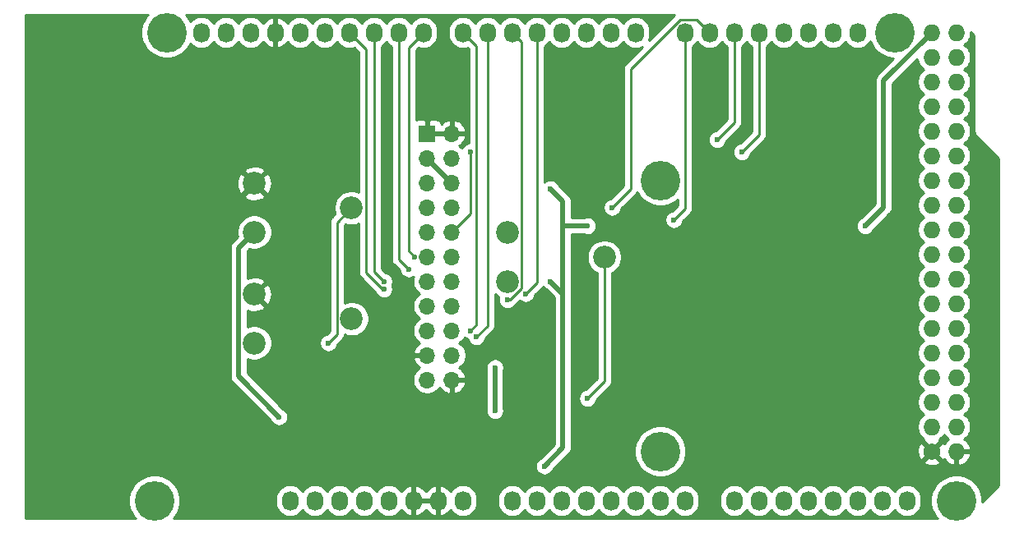
<source format=gbr>
%TF.GenerationSoftware,KiCad,Pcbnew,(5.1.10)-1*%
%TF.CreationDate,2021-08-01T12:21:12+02:00*%
%TF.ProjectId,t6963-mega-adapter,74363936-332d-46d6-9567-612d61646170,rev?*%
%TF.SameCoordinates,Original*%
%TF.FileFunction,Copper,L2,Bot*%
%TF.FilePolarity,Positive*%
%FSLAX46Y46*%
G04 Gerber Fmt 4.6, Leading zero omitted, Abs format (unit mm)*
G04 Created by KiCad (PCBNEW (5.1.10)-1) date 2021-08-01 12:21:12*
%MOMM*%
%LPD*%
G01*
G04 APERTURE LIST*
%TA.AperFunction,ComponentPad*%
%ADD10C,1.727200*%
%TD*%
%TA.AperFunction,ComponentPad*%
%ADD11O,1.727200X1.727200*%
%TD*%
%TA.AperFunction,ComponentPad*%
%ADD12O,1.727200X2.032000*%
%TD*%
%TA.AperFunction,ComponentPad*%
%ADD13C,4.064000*%
%TD*%
%TA.AperFunction,ComponentPad*%
%ADD14R,1.700000X1.700000*%
%TD*%
%TA.AperFunction,ComponentPad*%
%ADD15O,1.700000X1.700000*%
%TD*%
%TA.AperFunction,ComponentPad*%
%ADD16C,2.340000*%
%TD*%
%TA.AperFunction,ViaPad*%
%ADD17C,0.600000*%
%TD*%
%TA.AperFunction,Conductor*%
%ADD18C,0.500000*%
%TD*%
%TA.AperFunction,Conductor*%
%ADD19C,0.250000*%
%TD*%
%TA.AperFunction,Conductor*%
%ADD20C,0.254000*%
%TD*%
%TA.AperFunction,Conductor*%
%ADD21C,0.100000*%
%TD*%
G04 APERTURE END LIST*
D10*
%TO.P,P1,1*%
%TO.N,GND*%
X197358000Y-114046000D03*
D11*
%TO.P,P1,2*%
X199898000Y-114046000D03*
%TO.P,P1,3*%
%TO.N,/52(SCK)*%
X197358000Y-111506000D03*
%TO.P,P1,4*%
%TO.N,/53(SS)*%
X199898000Y-111506000D03*
%TO.P,P1,5*%
%TO.N,/50(MISO)*%
X197358000Y-108966000D03*
%TO.P,P1,6*%
%TO.N,/51(MOSI)*%
X199898000Y-108966000D03*
%TO.P,P1,7*%
%TO.N,/48*%
X197358000Y-106426000D03*
%TO.P,P1,8*%
%TO.N,/49*%
X199898000Y-106426000D03*
%TO.P,P1,9*%
%TO.N,/46*%
X197358000Y-103886000D03*
%TO.P,P1,10*%
%TO.N,/47*%
X199898000Y-103886000D03*
%TO.P,P1,11*%
%TO.N,/44*%
X197358000Y-101346000D03*
%TO.P,P1,12*%
%TO.N,/45*%
X199898000Y-101346000D03*
%TO.P,P1,13*%
%TO.N,/42*%
X197358000Y-98806000D03*
%TO.P,P1,14*%
%TO.N,/43*%
X199898000Y-98806000D03*
%TO.P,P1,15*%
%TO.N,/40*%
X197358000Y-96266000D03*
%TO.P,P1,16*%
%TO.N,/41*%
X199898000Y-96266000D03*
%TO.P,P1,17*%
%TO.N,/38*%
X197358000Y-93726000D03*
%TO.P,P1,18*%
%TO.N,/39*%
X199898000Y-93726000D03*
%TO.P,P1,19*%
%TO.N,/36*%
X197358000Y-91186000D03*
%TO.P,P1,20*%
%TO.N,/37*%
X199898000Y-91186000D03*
%TO.P,P1,21*%
%TO.N,/34*%
X197358000Y-88646000D03*
%TO.P,P1,22*%
%TO.N,/35*%
X199898000Y-88646000D03*
%TO.P,P1,23*%
%TO.N,/32*%
X197358000Y-86106000D03*
%TO.P,P1,24*%
%TO.N,/33*%
X199898000Y-86106000D03*
%TO.P,P1,25*%
%TO.N,/30*%
X197358000Y-83566000D03*
%TO.P,P1,26*%
%TO.N,/31*%
X199898000Y-83566000D03*
%TO.P,P1,27*%
%TO.N,/28*%
X197358000Y-81026000D03*
%TO.P,P1,28*%
%TO.N,/29*%
X199898000Y-81026000D03*
%TO.P,P1,29*%
%TO.N,/26*%
X197358000Y-78486000D03*
%TO.P,P1,30*%
%TO.N,/27*%
X199898000Y-78486000D03*
%TO.P,P1,31*%
%TO.N,/24*%
X197358000Y-75946000D03*
%TO.P,P1,32*%
%TO.N,/25*%
X199898000Y-75946000D03*
%TO.P,P1,33*%
%TO.N,/22*%
X197358000Y-73406000D03*
%TO.P,P1,34*%
%TO.N,/23*%
X199898000Y-73406000D03*
%TO.P,P1,35*%
%TO.N,+5V*%
X197358000Y-70866000D03*
%TO.P,P1,36*%
X199898000Y-70866000D03*
%TD*%
D12*
%TO.P,P2,1*%
%TO.N,Net-(P2-Pad1)*%
X131318000Y-119126000D03*
%TO.P,P2,2*%
%TO.N,/IOREF*%
X133858000Y-119126000D03*
%TO.P,P2,3*%
%TO.N,/Reset*%
X136398000Y-119126000D03*
%TO.P,P2,4*%
%TO.N,+3V3*%
X138938000Y-119126000D03*
%TO.P,P2,5*%
%TO.N,+5V*%
X141478000Y-119126000D03*
%TO.P,P2,6*%
%TO.N,GND*%
X144018000Y-119126000D03*
%TO.P,P2,7*%
X146558000Y-119126000D03*
%TO.P,P2,8*%
%TO.N,/Vin*%
X149098000Y-119126000D03*
%TD*%
%TO.P,P3,1*%
%TO.N,/A0*%
X154178000Y-119126000D03*
%TO.P,P3,2*%
%TO.N,/A1*%
X156718000Y-119126000D03*
%TO.P,P3,3*%
%TO.N,/A2*%
X159258000Y-119126000D03*
%TO.P,P3,4*%
%TO.N,/A3*%
X161798000Y-119126000D03*
%TO.P,P3,5*%
%TO.N,/A4*%
X164338000Y-119126000D03*
%TO.P,P3,6*%
%TO.N,/A5*%
X166878000Y-119126000D03*
%TO.P,P3,7*%
%TO.N,/A6*%
X169418000Y-119126000D03*
%TO.P,P3,8*%
%TO.N,/A7*%
X171958000Y-119126000D03*
%TD*%
%TO.P,P4,1*%
%TO.N,/A8*%
X177038000Y-119126000D03*
%TO.P,P4,2*%
%TO.N,/A9*%
X179578000Y-119126000D03*
%TO.P,P4,3*%
%TO.N,/A10*%
X182118000Y-119126000D03*
%TO.P,P4,4*%
%TO.N,/A11*%
X184658000Y-119126000D03*
%TO.P,P4,5*%
%TO.N,/A12*%
X187198000Y-119126000D03*
%TO.P,P4,6*%
%TO.N,/A13*%
X189738000Y-119126000D03*
%TO.P,P4,7*%
%TO.N,/A14*%
X192278000Y-119126000D03*
%TO.P,P4,8*%
%TO.N,/A15*%
X194818000Y-119126000D03*
%TD*%
%TO.P,P5,1*%
%TO.N,/SCL*%
X122174000Y-70866000D03*
%TO.P,P5,2*%
%TO.N,/SDA*%
X124714000Y-70866000D03*
%TO.P,P5,3*%
%TO.N,/AREF*%
X127254000Y-70866000D03*
%TO.P,P5,4*%
%TO.N,GND*%
X129794000Y-70866000D03*
%TO.P,P5,5*%
%TO.N,/13(\u002A\u002A)*%
X132334000Y-70866000D03*
%TO.P,P5,6*%
%TO.N,/12(\u002A\u002A)*%
X134874000Y-70866000D03*
%TO.P,P5,7*%
%TO.N,/11(\u002A\u002A)*%
X137414000Y-70866000D03*
%TO.P,P5,8*%
%TO.N,/10(\u002A\u002A)*%
X139954000Y-70866000D03*
%TO.P,P5,9*%
%TO.N,/9(\u002A\u002A)*%
X142494000Y-70866000D03*
%TO.P,P5,10*%
%TO.N,/8(\u002A\u002A)*%
X145034000Y-70866000D03*
%TD*%
%TO.P,P6,1*%
%TO.N,/7(\u002A\u002A)*%
X149098000Y-70866000D03*
%TO.P,P6,2*%
%TO.N,/6(\u002A\u002A)*%
X151638000Y-70866000D03*
%TO.P,P6,3*%
%TO.N,/5(\u002A\u002A)*%
X154178000Y-70866000D03*
%TO.P,P6,4*%
%TO.N,/4(\u002A\u002A)*%
X156718000Y-70866000D03*
%TO.P,P6,5*%
%TO.N,/3(\u002A\u002A)*%
X159258000Y-70866000D03*
%TO.P,P6,6*%
%TO.N,/2(\u002A\u002A)*%
X161798000Y-70866000D03*
%TO.P,P6,7*%
%TO.N,/1(Tx0)*%
X164338000Y-70866000D03*
%TO.P,P6,8*%
%TO.N,/0(Rx0)*%
X166878000Y-70866000D03*
%TD*%
%TO.P,P7,1*%
%TO.N,/14(Tx3)*%
X171958000Y-70866000D03*
%TO.P,P7,2*%
%TO.N,/15(Rx3)*%
X174498000Y-70866000D03*
%TO.P,P7,3*%
%TO.N,/16(Tx2)*%
X177038000Y-70866000D03*
%TO.P,P7,4*%
%TO.N,/17(Rx2)*%
X179578000Y-70866000D03*
%TO.P,P7,5*%
%TO.N,/18(Tx1)*%
X182118000Y-70866000D03*
%TO.P,P7,6*%
%TO.N,/19(Rx1)*%
X184658000Y-70866000D03*
%TO.P,P7,7*%
%TO.N,/20(SDA)*%
X187198000Y-70866000D03*
%TO.P,P7,8*%
%TO.N,/21(SCL)*%
X189738000Y-70866000D03*
%TD*%
D13*
%TO.P,P8,1*%
%TO.N,Net-(P8-Pad1)*%
X117348000Y-119126000D03*
%TD*%
%TO.P,P9,1*%
%TO.N,Net-(P9-Pad1)*%
X169418000Y-114046000D03*
%TD*%
%TO.P,P10,1*%
%TO.N,Net-(P10-Pad1)*%
X199898000Y-119126000D03*
%TD*%
%TO.P,P11,1*%
%TO.N,Net-(P11-Pad1)*%
X118618000Y-70866000D03*
%TD*%
%TO.P,P12,1*%
%TO.N,Net-(P12-Pad1)*%
X169418000Y-86106000D03*
%TD*%
%TO.P,P13,1*%
%TO.N,Net-(P13-Pad1)*%
X193548000Y-70866000D03*
%TD*%
D14*
%TO.P,J1,1*%
%TO.N,GND*%
X145415000Y-81280000D03*
D15*
%TO.P,J1,2*%
X147955000Y-81280000D03*
%TO.P,J1,3*%
%TO.N,+5V*%
X145415000Y-83820000D03*
%TO.P,J1,4*%
%TO.N,/V0*%
X147955000Y-83820000D03*
%TO.P,J1,5*%
%TO.N,/17(Rx2)*%
X145415000Y-86360000D03*
%TO.P,J1,6*%
%TO.N,+5V*%
X147955000Y-86360000D03*
%TO.P,J1,7*%
%TO.N,/14(Tx3)*%
X145415000Y-88900000D03*
%TO.P,J1,8*%
%TO.N,/15(Rx3)*%
X147955000Y-88900000D03*
%TO.P,J1,9*%
%TO.N,/NC*%
X145415000Y-91440000D03*
%TO.P,J1,10*%
%TO.N,/16(Tx2)*%
X147955000Y-91440000D03*
%TO.P,J1,11*%
%TO.N,/8(\u002A\u002A)*%
X145415000Y-93980000D03*
%TO.P,J1,12*%
%TO.N,/9(\u002A\u002A)*%
X147955000Y-93980000D03*
%TO.P,J1,13*%
%TO.N,/10(\u002A\u002A)*%
X145415000Y-96520000D03*
%TO.P,J1,14*%
%TO.N,/11(\u002A\u002A)*%
X147955000Y-96520000D03*
%TO.P,J1,15*%
%TO.N,/4(\u002A\u002A)*%
X145415000Y-99060000D03*
%TO.P,J1,16*%
%TO.N,/5(\u002A\u002A)*%
X147955000Y-99060000D03*
%TO.P,J1,17*%
%TO.N,/6(\u002A\u002A)*%
X145415000Y-101600000D03*
%TO.P,J1,18*%
%TO.N,/7(\u002A\u002A)*%
X147955000Y-101600000D03*
%TO.P,J1,19*%
%TO.N,GND*%
X145415000Y-104140000D03*
%TO.P,J1,20*%
%TO.N,/VOUT*%
X147955000Y-104140000D03*
%TO.P,J1,21*%
%TO.N,/LED_A*%
X145415000Y-106680000D03*
%TO.P,J1,22*%
%TO.N,GND*%
X147955000Y-106680000D03*
%TD*%
D16*
%TO.P,RV1,1*%
%TO.N,/VOUT*%
X127635000Y-91440000D03*
%TO.P,RV1,2*%
%TO.N,Net-(RV1-Pad2)*%
X137635000Y-88940000D03*
%TO.P,RV1,3*%
%TO.N,GND*%
X127635000Y-86440000D03*
%TD*%
%TO.P,RV2,3*%
%TO.N,/LED_A*%
X153670000Y-91520000D03*
%TO.P,RV2,2*%
X163670000Y-94020000D03*
%TO.P,RV2,1*%
%TO.N,+5V*%
X153670000Y-96520000D03*
%TD*%
%TO.P,RV3,3*%
%TO.N,GND*%
X127635000Y-97870000D03*
%TO.P,RV3,2*%
%TO.N,/V0*%
X137635000Y-100370000D03*
%TO.P,RV3,1*%
%TO.N,Net-(RV1-Pad2)*%
X127635000Y-102870000D03*
%TD*%
D17*
%TO.N,+5V*%
X157480000Y-115570000D03*
X158115000Y-96520000D03*
X158115000Y-86995000D03*
X190500000Y-90805000D03*
X161925000Y-90805000D03*
%TO.N,/11(\u002A\u002A)*%
X140970000Y-97320003D03*
%TO.N,/10(\u002A\u002A)*%
X140970000Y-96520000D03*
%TO.N,/9(\u002A\u002A)*%
X143510000Y-95250000D03*
%TO.N,/8(\u002A\u002A)*%
X144145000Y-93980000D03*
%TO.N,/7(\u002A\u002A)*%
X149860000Y-101600000D03*
%TO.N,/6(\u002A\u002A)*%
X150495000Y-102235000D03*
%TO.N,/5(\u002A\u002A)*%
X153670000Y-98425000D03*
%TO.N,/4(\u002A\u002A)*%
X155575000Y-97790000D03*
%TO.N,/14(Tx3)*%
X170815000Y-90170000D03*
%TO.N,/15(Rx3)*%
X164465000Y-88900000D03*
%TO.N,/16(Tx2)*%
X175260000Y-81915000D03*
X149860000Y-83185000D03*
%TO.N,/17(Rx2)*%
X177800000Y-83185000D03*
%TO.N,/VOUT*%
X130175000Y-110490000D03*
X152400000Y-109855000D03*
X152400000Y-105410000D03*
%TO.N,/LED_A*%
X161925000Y-108585000D03*
%TO.N,Net-(RV1-Pad2)*%
X135255000Y-102870000D03*
%TD*%
D18*
%TO.N,+5V*%
X145415000Y-83820000D02*
X147955000Y-86360000D01*
X157480000Y-115570000D02*
X159385000Y-113665000D01*
X159385000Y-97790000D02*
X158115000Y-96520000D01*
X159385000Y-113665000D02*
X159385000Y-97790000D01*
X158115000Y-86995000D02*
X159385000Y-88265000D01*
X197358000Y-70866000D02*
X192405000Y-75819000D01*
X192405000Y-88900000D02*
X190500000Y-90805000D01*
X192405000Y-75819000D02*
X192405000Y-88900000D01*
X159385000Y-90805000D02*
X159385000Y-97790000D01*
X161925000Y-90805000D02*
X159385000Y-90805000D01*
X159385000Y-88265000D02*
X159385000Y-90805000D01*
D19*
%TO.N,/11(\u002A\u002A)*%
X140845001Y-97320003D02*
X140970000Y-97320003D01*
X139130001Y-95605003D02*
X140845001Y-97320003D01*
X139130001Y-72582001D02*
X139130001Y-95605003D01*
X137414000Y-70866000D02*
X139130001Y-72582001D01*
%TO.N,/10(\u002A\u002A)*%
X139954000Y-95504000D02*
X140970000Y-96520000D01*
X139954000Y-70866000D02*
X139954000Y-95504000D01*
%TO.N,/9(\u002A\u002A)*%
X142494000Y-94234000D02*
X143510000Y-95250000D01*
X142494000Y-70866000D02*
X142494000Y-94234000D01*
%TO.N,/8(\u002A\u002A)*%
X145034000Y-70866000D02*
X143510000Y-72390000D01*
X143510000Y-93345000D02*
X144145000Y-93980000D01*
X143510000Y-72390000D02*
X143510000Y-93345000D01*
%TO.N,/7(\u002A\u002A)*%
X149098000Y-70866000D02*
X150495000Y-72263000D01*
X150495000Y-100965000D02*
X149860000Y-101600000D01*
X150495000Y-72263000D02*
X150495000Y-100965000D01*
%TO.N,/6(\u002A\u002A)*%
X151638000Y-101092000D02*
X150495000Y-102235000D01*
X151638000Y-70866000D02*
X151638000Y-101092000D01*
%TO.N,/5(\u002A\u002A)*%
X155165001Y-97237601D02*
X153977602Y-98425000D01*
X153977602Y-98425000D02*
X153670000Y-98425000D01*
X155165001Y-71853001D02*
X155165001Y-97237601D01*
X154178000Y-70866000D02*
X155165001Y-71853001D01*
%TO.N,/4(\u002A\u002A)*%
X156718000Y-70866000D02*
X156718000Y-96647000D01*
X156718000Y-96647000D02*
X155575000Y-97790000D01*
%TO.N,/14(Tx3)*%
X171958000Y-70866000D02*
X171958000Y-89027000D01*
X171958000Y-89027000D02*
X170815000Y-90170000D01*
%TO.N,/15(Rx3)*%
X171465662Y-69524990D02*
X166370000Y-74620652D01*
X173156990Y-69524990D02*
X171465662Y-69524990D01*
X174498000Y-70866000D02*
X173156990Y-69524990D01*
X166370000Y-86995000D02*
X164465000Y-88900000D01*
X166370000Y-74620652D02*
X166370000Y-86995000D01*
%TO.N,/16(Tx2)*%
X177038000Y-80137000D02*
X175260000Y-81915000D01*
X177038000Y-70866000D02*
X177038000Y-80137000D01*
X149860000Y-89535000D02*
X147955000Y-91440000D01*
X149860000Y-83185000D02*
X149860000Y-89535000D01*
%TO.N,/17(Rx2)*%
X179578000Y-81407000D02*
X177800000Y-83185000D01*
X179578000Y-70866000D02*
X179578000Y-81407000D01*
D18*
%TO.N,/VOUT*%
X126014999Y-106329999D02*
X130175000Y-110490000D01*
X126014999Y-93060001D02*
X126014999Y-106329999D01*
X127635000Y-91440000D02*
X126014999Y-93060001D01*
X152400000Y-109855000D02*
X152400000Y-105410000D01*
D19*
%TO.N,/LED_A*%
X163670000Y-106840000D02*
X161925000Y-108585000D01*
X163670000Y-94020000D02*
X163670000Y-106840000D01*
%TO.N,Net-(RV1-Pad2)*%
X136139999Y-101985001D02*
X135255000Y-102870000D01*
X136139999Y-90435001D02*
X136139999Y-101985001D01*
X137635000Y-88940000D02*
X136139999Y-90435001D01*
%TD*%
D20*
%TO.N,GND*%
X116546406Y-69165887D02*
X116254536Y-69602702D01*
X116053492Y-70088065D01*
X115951000Y-70603323D01*
X115951000Y-71128677D01*
X116053492Y-71643935D01*
X116254536Y-72129298D01*
X116546406Y-72566113D01*
X116917887Y-72937594D01*
X117354702Y-73229464D01*
X117840065Y-73430508D01*
X118355323Y-73533000D01*
X118880677Y-73533000D01*
X119395935Y-73430508D01*
X119881298Y-73229464D01*
X120318113Y-72937594D01*
X120689594Y-72566113D01*
X120981464Y-72129298D01*
X121037001Y-71995219D01*
X121109203Y-72083197D01*
X121337395Y-72270469D01*
X121597737Y-72409625D01*
X121880224Y-72495316D01*
X122174000Y-72524251D01*
X122467777Y-72495316D01*
X122750264Y-72409625D01*
X123010606Y-72270469D01*
X123238797Y-72083197D01*
X123426069Y-71855006D01*
X123444000Y-71821459D01*
X123461931Y-71855006D01*
X123649203Y-72083197D01*
X123877395Y-72270469D01*
X124137737Y-72409625D01*
X124420224Y-72495316D01*
X124714000Y-72524251D01*
X125007777Y-72495316D01*
X125290264Y-72409625D01*
X125550606Y-72270469D01*
X125778797Y-72083197D01*
X125966069Y-71855006D01*
X125984000Y-71821459D01*
X126001931Y-71855006D01*
X126189203Y-72083197D01*
X126417395Y-72270469D01*
X126677737Y-72409625D01*
X126960224Y-72495316D01*
X127254000Y-72524251D01*
X127547777Y-72495316D01*
X127830264Y-72409625D01*
X128090606Y-72270469D01*
X128318797Y-72083197D01*
X128506069Y-71855006D01*
X128527424Y-71815053D01*
X128675514Y-72017729D01*
X128891965Y-72216733D01*
X129143081Y-72369686D01*
X129419211Y-72470709D01*
X129434974Y-72473358D01*
X129667000Y-72352217D01*
X129667000Y-70993000D01*
X129647000Y-70993000D01*
X129647000Y-70739000D01*
X129667000Y-70739000D01*
X129667000Y-69379783D01*
X129434974Y-69258642D01*
X129419211Y-69261291D01*
X129143081Y-69362314D01*
X128891965Y-69515267D01*
X128675514Y-69714271D01*
X128527424Y-69916947D01*
X128506069Y-69876994D01*
X128318797Y-69648803D01*
X128090605Y-69461531D01*
X127830263Y-69322375D01*
X127547776Y-69236684D01*
X127254000Y-69207749D01*
X126960223Y-69236684D01*
X126677736Y-69322375D01*
X126417394Y-69461531D01*
X126189203Y-69648803D01*
X126001931Y-69876995D01*
X125984000Y-69910541D01*
X125966069Y-69876994D01*
X125778797Y-69648803D01*
X125550605Y-69461531D01*
X125290263Y-69322375D01*
X125007776Y-69236684D01*
X124714000Y-69207749D01*
X124420223Y-69236684D01*
X124137736Y-69322375D01*
X123877394Y-69461531D01*
X123649203Y-69648803D01*
X123461931Y-69876995D01*
X123444000Y-69910541D01*
X123426069Y-69876994D01*
X123238797Y-69648803D01*
X123010605Y-69461531D01*
X122750263Y-69322375D01*
X122467776Y-69236684D01*
X122174000Y-69207749D01*
X121880223Y-69236684D01*
X121597736Y-69322375D01*
X121337394Y-69461531D01*
X121109203Y-69648803D01*
X121037001Y-69736781D01*
X120981464Y-69602702D01*
X120689594Y-69165887D01*
X120559707Y-69036000D01*
X170879850Y-69036000D01*
X168209558Y-71706293D01*
X168269225Y-71594663D01*
X168354916Y-71312176D01*
X168376600Y-71092018D01*
X168376600Y-70639981D01*
X168354916Y-70419823D01*
X168269225Y-70137336D01*
X168130069Y-69876994D01*
X167942797Y-69648803D01*
X167714605Y-69461531D01*
X167454263Y-69322375D01*
X167171776Y-69236684D01*
X166878000Y-69207749D01*
X166584223Y-69236684D01*
X166301736Y-69322375D01*
X166041394Y-69461531D01*
X165813203Y-69648803D01*
X165625931Y-69876995D01*
X165608000Y-69910541D01*
X165590069Y-69876994D01*
X165402797Y-69648803D01*
X165174605Y-69461531D01*
X164914263Y-69322375D01*
X164631776Y-69236684D01*
X164338000Y-69207749D01*
X164044223Y-69236684D01*
X163761736Y-69322375D01*
X163501394Y-69461531D01*
X163273203Y-69648803D01*
X163085931Y-69876995D01*
X163068000Y-69910541D01*
X163050069Y-69876994D01*
X162862797Y-69648803D01*
X162634605Y-69461531D01*
X162374263Y-69322375D01*
X162091776Y-69236684D01*
X161798000Y-69207749D01*
X161504223Y-69236684D01*
X161221736Y-69322375D01*
X160961394Y-69461531D01*
X160733203Y-69648803D01*
X160545931Y-69876995D01*
X160528000Y-69910541D01*
X160510069Y-69876994D01*
X160322797Y-69648803D01*
X160094605Y-69461531D01*
X159834263Y-69322375D01*
X159551776Y-69236684D01*
X159258000Y-69207749D01*
X158964223Y-69236684D01*
X158681736Y-69322375D01*
X158421394Y-69461531D01*
X158193203Y-69648803D01*
X158005931Y-69876995D01*
X157988000Y-69910541D01*
X157970069Y-69876994D01*
X157782797Y-69648803D01*
X157554605Y-69461531D01*
X157294263Y-69322375D01*
X157011776Y-69236684D01*
X156718000Y-69207749D01*
X156424223Y-69236684D01*
X156141736Y-69322375D01*
X155881394Y-69461531D01*
X155653203Y-69648803D01*
X155465931Y-69876995D01*
X155448000Y-69910541D01*
X155430069Y-69876994D01*
X155242797Y-69648803D01*
X155014605Y-69461531D01*
X154754263Y-69322375D01*
X154471776Y-69236684D01*
X154178000Y-69207749D01*
X153884223Y-69236684D01*
X153601736Y-69322375D01*
X153341394Y-69461531D01*
X153113203Y-69648803D01*
X152925931Y-69876995D01*
X152908000Y-69910541D01*
X152890069Y-69876994D01*
X152702797Y-69648803D01*
X152474605Y-69461531D01*
X152214263Y-69322375D01*
X151931776Y-69236684D01*
X151638000Y-69207749D01*
X151344223Y-69236684D01*
X151061736Y-69322375D01*
X150801394Y-69461531D01*
X150573203Y-69648803D01*
X150385931Y-69876995D01*
X150368000Y-69910541D01*
X150350069Y-69876994D01*
X150162797Y-69648803D01*
X149934605Y-69461531D01*
X149674263Y-69322375D01*
X149391776Y-69236684D01*
X149098000Y-69207749D01*
X148804223Y-69236684D01*
X148521736Y-69322375D01*
X148261394Y-69461531D01*
X148033203Y-69648803D01*
X147845931Y-69876995D01*
X147706775Y-70137337D01*
X147621084Y-70419824D01*
X147599400Y-70639982D01*
X147599400Y-71092019D01*
X147621084Y-71312177D01*
X147706775Y-71594664D01*
X147845931Y-71855006D01*
X148033203Y-72083197D01*
X148261395Y-72270469D01*
X148521737Y-72409625D01*
X148804224Y-72495316D01*
X149098000Y-72524251D01*
X149391777Y-72495316D01*
X149591829Y-72434631D01*
X149735000Y-72577802D01*
X149735000Y-82256546D01*
X149587271Y-82285932D01*
X149417111Y-82356414D01*
X149263972Y-82458738D01*
X149133738Y-82588972D01*
X149031414Y-82742111D01*
X149015540Y-82780433D01*
X148901632Y-82666525D01*
X148719466Y-82544805D01*
X148836355Y-82475178D01*
X149052588Y-82280269D01*
X149226641Y-82046920D01*
X149351825Y-81784099D01*
X149396476Y-81636890D01*
X149275155Y-81407000D01*
X148082000Y-81407000D01*
X148082000Y-81427000D01*
X147828000Y-81427000D01*
X147828000Y-81407000D01*
X145542000Y-81407000D01*
X145542000Y-81427000D01*
X145288000Y-81427000D01*
X145288000Y-81407000D01*
X145268000Y-81407000D01*
X145268000Y-81153000D01*
X145288000Y-81153000D01*
X145288000Y-79953750D01*
X145542000Y-79953750D01*
X145542000Y-81153000D01*
X147828000Y-81153000D01*
X147828000Y-79959186D01*
X148082000Y-79959186D01*
X148082000Y-81153000D01*
X149275155Y-81153000D01*
X149396476Y-80923110D01*
X149351825Y-80775901D01*
X149226641Y-80513080D01*
X149052588Y-80279731D01*
X148836355Y-80084822D01*
X148586252Y-79935843D01*
X148311891Y-79838519D01*
X148082000Y-79959186D01*
X147828000Y-79959186D01*
X147598109Y-79838519D01*
X147323748Y-79935843D01*
X147073645Y-80084822D01*
X146877498Y-80261626D01*
X146854502Y-80185820D01*
X146795537Y-80075506D01*
X146716185Y-79978815D01*
X146619494Y-79899463D01*
X146509180Y-79840498D01*
X146389482Y-79804188D01*
X146265000Y-79791928D01*
X145700750Y-79795000D01*
X145542000Y-79953750D01*
X145288000Y-79953750D01*
X145129250Y-79795000D01*
X144565000Y-79791928D01*
X144440518Y-79804188D01*
X144320820Y-79840498D01*
X144270000Y-79867662D01*
X144270000Y-72704801D01*
X144540171Y-72434631D01*
X144740224Y-72495316D01*
X145034000Y-72524251D01*
X145327777Y-72495316D01*
X145610264Y-72409625D01*
X145870606Y-72270469D01*
X146098797Y-72083197D01*
X146286069Y-71855006D01*
X146425225Y-71594663D01*
X146510916Y-71312176D01*
X146532600Y-71092018D01*
X146532600Y-70639981D01*
X146510916Y-70419823D01*
X146425225Y-70137336D01*
X146286069Y-69876994D01*
X146098797Y-69648803D01*
X145870605Y-69461531D01*
X145610263Y-69322375D01*
X145327776Y-69236684D01*
X145034000Y-69207749D01*
X144740223Y-69236684D01*
X144457736Y-69322375D01*
X144197394Y-69461531D01*
X143969203Y-69648803D01*
X143781931Y-69876995D01*
X143764000Y-69910541D01*
X143746069Y-69876994D01*
X143558797Y-69648803D01*
X143330605Y-69461531D01*
X143070263Y-69322375D01*
X142787776Y-69236684D01*
X142494000Y-69207749D01*
X142200223Y-69236684D01*
X141917736Y-69322375D01*
X141657394Y-69461531D01*
X141429203Y-69648803D01*
X141241931Y-69876995D01*
X141224000Y-69910541D01*
X141206069Y-69876994D01*
X141018797Y-69648803D01*
X140790605Y-69461531D01*
X140530263Y-69322375D01*
X140247776Y-69236684D01*
X139954000Y-69207749D01*
X139660223Y-69236684D01*
X139377736Y-69322375D01*
X139117394Y-69461531D01*
X138889203Y-69648803D01*
X138701931Y-69876995D01*
X138684000Y-69910541D01*
X138666069Y-69876994D01*
X138478797Y-69648803D01*
X138250605Y-69461531D01*
X137990263Y-69322375D01*
X137707776Y-69236684D01*
X137414000Y-69207749D01*
X137120223Y-69236684D01*
X136837736Y-69322375D01*
X136577394Y-69461531D01*
X136349203Y-69648803D01*
X136161931Y-69876995D01*
X136144000Y-69910541D01*
X136126069Y-69876994D01*
X135938797Y-69648803D01*
X135710605Y-69461531D01*
X135450263Y-69322375D01*
X135167776Y-69236684D01*
X134874000Y-69207749D01*
X134580223Y-69236684D01*
X134297736Y-69322375D01*
X134037394Y-69461531D01*
X133809203Y-69648803D01*
X133621931Y-69876995D01*
X133604000Y-69910541D01*
X133586069Y-69876994D01*
X133398797Y-69648803D01*
X133170605Y-69461531D01*
X132910263Y-69322375D01*
X132627776Y-69236684D01*
X132334000Y-69207749D01*
X132040223Y-69236684D01*
X131757736Y-69322375D01*
X131497394Y-69461531D01*
X131269203Y-69648803D01*
X131081931Y-69876995D01*
X131060576Y-69916947D01*
X130912486Y-69714271D01*
X130696035Y-69515267D01*
X130444919Y-69362314D01*
X130168789Y-69261291D01*
X130153026Y-69258642D01*
X129921000Y-69379783D01*
X129921000Y-70739000D01*
X129941000Y-70739000D01*
X129941000Y-70993000D01*
X129921000Y-70993000D01*
X129921000Y-72352217D01*
X130153026Y-72473358D01*
X130168789Y-72470709D01*
X130444919Y-72369686D01*
X130696035Y-72216733D01*
X130912486Y-72017729D01*
X131060576Y-71815053D01*
X131081931Y-71855006D01*
X131269203Y-72083197D01*
X131497395Y-72270469D01*
X131757737Y-72409625D01*
X132040224Y-72495316D01*
X132334000Y-72524251D01*
X132627777Y-72495316D01*
X132910264Y-72409625D01*
X133170606Y-72270469D01*
X133398797Y-72083197D01*
X133586069Y-71855006D01*
X133604000Y-71821459D01*
X133621931Y-71855006D01*
X133809203Y-72083197D01*
X134037395Y-72270469D01*
X134297737Y-72409625D01*
X134580224Y-72495316D01*
X134874000Y-72524251D01*
X135167777Y-72495316D01*
X135450264Y-72409625D01*
X135710606Y-72270469D01*
X135938797Y-72083197D01*
X136126069Y-71855006D01*
X136144000Y-71821459D01*
X136161931Y-71855006D01*
X136349203Y-72083197D01*
X136577395Y-72270469D01*
X136837737Y-72409625D01*
X137120224Y-72495316D01*
X137414000Y-72524251D01*
X137707777Y-72495316D01*
X137907829Y-72434631D01*
X138370001Y-72896803D01*
X138370002Y-87290729D01*
X138161499Y-87204365D01*
X137812777Y-87135000D01*
X137457223Y-87135000D01*
X137108501Y-87204365D01*
X136780012Y-87340429D01*
X136484379Y-87537965D01*
X136232965Y-87789379D01*
X136035429Y-88085012D01*
X135899365Y-88413501D01*
X135830000Y-88762223D01*
X135830000Y-89117777D01*
X135899365Y-89466499D01*
X135938711Y-89561488D01*
X135629002Y-89871197D01*
X135599998Y-89895000D01*
X135568973Y-89932805D01*
X135505025Y-90010725D01*
X135434454Y-90142754D01*
X135434453Y-90142755D01*
X135390996Y-90286016D01*
X135379999Y-90397669D01*
X135379999Y-90397679D01*
X135376323Y-90435001D01*
X135379999Y-90472323D01*
X135380000Y-101670198D01*
X135103351Y-101946847D01*
X134982271Y-101970932D01*
X134812111Y-102041414D01*
X134658972Y-102143738D01*
X134528738Y-102273972D01*
X134426414Y-102427111D01*
X134355932Y-102597271D01*
X134320000Y-102777911D01*
X134320000Y-102962089D01*
X134355932Y-103142729D01*
X134426414Y-103312889D01*
X134528738Y-103466028D01*
X134658972Y-103596262D01*
X134812111Y-103698586D01*
X134982271Y-103769068D01*
X135162911Y-103805000D01*
X135347089Y-103805000D01*
X135527729Y-103769068D01*
X135697889Y-103698586D01*
X135851028Y-103596262D01*
X135981262Y-103466028D01*
X136083586Y-103312889D01*
X136154068Y-103142729D01*
X136178153Y-103021649D01*
X136651002Y-102548800D01*
X136680000Y-102525002D01*
X136774973Y-102409277D01*
X136845545Y-102277248D01*
X136889002Y-102133987D01*
X136899999Y-102022334D01*
X136900289Y-102019391D01*
X137108501Y-102105635D01*
X137457223Y-102175000D01*
X137812777Y-102175000D01*
X138161499Y-102105635D01*
X138489988Y-101969571D01*
X138785621Y-101772035D01*
X139037035Y-101520621D01*
X139234571Y-101224988D01*
X139370635Y-100896499D01*
X139440000Y-100547777D01*
X139440000Y-100192223D01*
X139370635Y-99843501D01*
X139234571Y-99515012D01*
X139037035Y-99219379D01*
X138785621Y-98967965D01*
X138489988Y-98770429D01*
X138161499Y-98634365D01*
X137812777Y-98565000D01*
X137457223Y-98565000D01*
X137108501Y-98634365D01*
X136899999Y-98720729D01*
X136899999Y-90749802D01*
X137013512Y-90636289D01*
X137108501Y-90675635D01*
X137457223Y-90745000D01*
X137812777Y-90745000D01*
X138161499Y-90675635D01*
X138370002Y-90589271D01*
X138370002Y-95567670D01*
X138366325Y-95605003D01*
X138370002Y-95642336D01*
X138380999Y-95753989D01*
X138389068Y-95780590D01*
X138424455Y-95897249D01*
X138495027Y-96029279D01*
X138549557Y-96095723D01*
X138590001Y-96145004D01*
X138618999Y-96168802D01*
X140090733Y-97640537D01*
X140141414Y-97762892D01*
X140243738Y-97916031D01*
X140373972Y-98046265D01*
X140527111Y-98148589D01*
X140697271Y-98219071D01*
X140877911Y-98255003D01*
X141062089Y-98255003D01*
X141242729Y-98219071D01*
X141412889Y-98148589D01*
X141566028Y-98046265D01*
X141696262Y-97916031D01*
X141798586Y-97762892D01*
X141869068Y-97592732D01*
X141905000Y-97412092D01*
X141905000Y-97227914D01*
X141869068Y-97047274D01*
X141816350Y-96920002D01*
X141869068Y-96792729D01*
X141905000Y-96612089D01*
X141905000Y-96427911D01*
X141869068Y-96247271D01*
X141798586Y-96077111D01*
X141696262Y-95923972D01*
X141566028Y-95793738D01*
X141412889Y-95691414D01*
X141242729Y-95620932D01*
X141121649Y-95596847D01*
X140714000Y-95189199D01*
X140714000Y-72311416D01*
X140790606Y-72270469D01*
X141018797Y-72083197D01*
X141206069Y-71855006D01*
X141224000Y-71821459D01*
X141241931Y-71855006D01*
X141429203Y-72083197D01*
X141657395Y-72270469D01*
X141734000Y-72311415D01*
X141734001Y-94196667D01*
X141730324Y-94234000D01*
X141734001Y-94271333D01*
X141744998Y-94382986D01*
X141756655Y-94421414D01*
X141788454Y-94526246D01*
X141859026Y-94658276D01*
X141898408Y-94706262D01*
X141954000Y-94774001D01*
X141982998Y-94797799D01*
X142586847Y-95401649D01*
X142610932Y-95522729D01*
X142681414Y-95692889D01*
X142783738Y-95846028D01*
X142913972Y-95976262D01*
X143067111Y-96078586D01*
X143237271Y-96149068D01*
X143417911Y-96185000D01*
X143602089Y-96185000D01*
X143782729Y-96149068D01*
X143952889Y-96078586D01*
X144004876Y-96043849D01*
X143987068Y-96086842D01*
X143930000Y-96373740D01*
X143930000Y-96666260D01*
X143987068Y-96953158D01*
X144099010Y-97223411D01*
X144261525Y-97466632D01*
X144468368Y-97673475D01*
X144642760Y-97790000D01*
X144468368Y-97906525D01*
X144261525Y-98113368D01*
X144099010Y-98356589D01*
X143987068Y-98626842D01*
X143930000Y-98913740D01*
X143930000Y-99206260D01*
X143987068Y-99493158D01*
X144099010Y-99763411D01*
X144261525Y-100006632D01*
X144468368Y-100213475D01*
X144642760Y-100330000D01*
X144468368Y-100446525D01*
X144261525Y-100653368D01*
X144099010Y-100896589D01*
X143987068Y-101166842D01*
X143930000Y-101453740D01*
X143930000Y-101746260D01*
X143987068Y-102033158D01*
X144099010Y-102303411D01*
X144261525Y-102546632D01*
X144468368Y-102753475D01*
X144650534Y-102875195D01*
X144533645Y-102944822D01*
X144317412Y-103139731D01*
X144143359Y-103373080D01*
X144018175Y-103635901D01*
X143973524Y-103783110D01*
X144094845Y-104013000D01*
X145288000Y-104013000D01*
X145288000Y-103993000D01*
X145542000Y-103993000D01*
X145542000Y-104013000D01*
X145562000Y-104013000D01*
X145562000Y-104267000D01*
X145542000Y-104267000D01*
X145542000Y-104287000D01*
X145288000Y-104287000D01*
X145288000Y-104267000D01*
X144094845Y-104267000D01*
X143973524Y-104496890D01*
X144018175Y-104644099D01*
X144143359Y-104906920D01*
X144317412Y-105140269D01*
X144533645Y-105335178D01*
X144650534Y-105404805D01*
X144468368Y-105526525D01*
X144261525Y-105733368D01*
X144099010Y-105976589D01*
X143987068Y-106246842D01*
X143930000Y-106533740D01*
X143930000Y-106826260D01*
X143987068Y-107113158D01*
X144099010Y-107383411D01*
X144261525Y-107626632D01*
X144468368Y-107833475D01*
X144711589Y-107995990D01*
X144981842Y-108107932D01*
X145268740Y-108165000D01*
X145561260Y-108165000D01*
X145848158Y-108107932D01*
X146118411Y-107995990D01*
X146361632Y-107833475D01*
X146568475Y-107626632D01*
X146686100Y-107450594D01*
X146857412Y-107680269D01*
X147073645Y-107875178D01*
X147323748Y-108024157D01*
X147598109Y-108121481D01*
X147828000Y-108000814D01*
X147828000Y-106807000D01*
X148082000Y-106807000D01*
X148082000Y-108000814D01*
X148311891Y-108121481D01*
X148586252Y-108024157D01*
X148836355Y-107875178D01*
X149052588Y-107680269D01*
X149226641Y-107446920D01*
X149351825Y-107184099D01*
X149396476Y-107036890D01*
X149275155Y-106807000D01*
X148082000Y-106807000D01*
X147828000Y-106807000D01*
X147808000Y-106807000D01*
X147808000Y-106553000D01*
X147828000Y-106553000D01*
X147828000Y-106533000D01*
X148082000Y-106533000D01*
X148082000Y-106553000D01*
X149275155Y-106553000D01*
X149396476Y-106323110D01*
X149351825Y-106175901D01*
X149226641Y-105913080D01*
X149052588Y-105679731D01*
X148836355Y-105484822D01*
X148719466Y-105415195D01*
X148865061Y-105317911D01*
X151465000Y-105317911D01*
X151465000Y-105502089D01*
X151500932Y-105682729D01*
X151515001Y-105716695D01*
X151515000Y-109548307D01*
X151500932Y-109582271D01*
X151465000Y-109762911D01*
X151465000Y-109947089D01*
X151500932Y-110127729D01*
X151571414Y-110297889D01*
X151673738Y-110451028D01*
X151803972Y-110581262D01*
X151957111Y-110683586D01*
X152127271Y-110754068D01*
X152307911Y-110790000D01*
X152492089Y-110790000D01*
X152672729Y-110754068D01*
X152842889Y-110683586D01*
X152996028Y-110581262D01*
X153126262Y-110451028D01*
X153228586Y-110297889D01*
X153299068Y-110127729D01*
X153335000Y-109947089D01*
X153335000Y-109762911D01*
X153299068Y-109582271D01*
X153285000Y-109548308D01*
X153285000Y-105716692D01*
X153299068Y-105682729D01*
X153335000Y-105502089D01*
X153335000Y-105317911D01*
X153299068Y-105137271D01*
X153228586Y-104967111D01*
X153126262Y-104813972D01*
X152996028Y-104683738D01*
X152842889Y-104581414D01*
X152672729Y-104510932D01*
X152492089Y-104475000D01*
X152307911Y-104475000D01*
X152127271Y-104510932D01*
X151957111Y-104581414D01*
X151803972Y-104683738D01*
X151673738Y-104813972D01*
X151571414Y-104967111D01*
X151500932Y-105137271D01*
X151465000Y-105317911D01*
X148865061Y-105317911D01*
X148901632Y-105293475D01*
X149108475Y-105086632D01*
X149270990Y-104843411D01*
X149382932Y-104573158D01*
X149440000Y-104286260D01*
X149440000Y-103993740D01*
X149382932Y-103706842D01*
X149270990Y-103436589D01*
X149108475Y-103193368D01*
X148901632Y-102986525D01*
X148727240Y-102870000D01*
X148901632Y-102753475D01*
X149108475Y-102546632D01*
X149259026Y-102321316D01*
X149263972Y-102326262D01*
X149417111Y-102428586D01*
X149587271Y-102499068D01*
X149594495Y-102500505D01*
X149595932Y-102507729D01*
X149666414Y-102677889D01*
X149768738Y-102831028D01*
X149898972Y-102961262D01*
X150052111Y-103063586D01*
X150222271Y-103134068D01*
X150402911Y-103170000D01*
X150587089Y-103170000D01*
X150767729Y-103134068D01*
X150937889Y-103063586D01*
X151091028Y-102961262D01*
X151221262Y-102831028D01*
X151323586Y-102677889D01*
X151394068Y-102507729D01*
X151418153Y-102386649D01*
X152149003Y-101655799D01*
X152178001Y-101632001D01*
X152236496Y-101560725D01*
X152272974Y-101516277D01*
X152343546Y-101384247D01*
X152366749Y-101307754D01*
X152387003Y-101240986D01*
X152398000Y-101129333D01*
X152398000Y-101129324D01*
X152401676Y-101092001D01*
X152398000Y-101054678D01*
X152398000Y-97800656D01*
X152519379Y-97922035D01*
X152791096Y-98103591D01*
X152770932Y-98152271D01*
X152735000Y-98332911D01*
X152735000Y-98517089D01*
X152770932Y-98697729D01*
X152841414Y-98867889D01*
X152943738Y-99021028D01*
X153073972Y-99151262D01*
X153227111Y-99253586D01*
X153397271Y-99324068D01*
X153577911Y-99360000D01*
X153762089Y-99360000D01*
X153942729Y-99324068D01*
X154112889Y-99253586D01*
X154266028Y-99151262D01*
X154306145Y-99111145D01*
X154401878Y-99059974D01*
X154517603Y-98965001D01*
X154541406Y-98935997D01*
X154970057Y-98507347D01*
X154978972Y-98516262D01*
X155132111Y-98618586D01*
X155302271Y-98689068D01*
X155482911Y-98725000D01*
X155667089Y-98725000D01*
X155847729Y-98689068D01*
X156017889Y-98618586D01*
X156171028Y-98516262D01*
X156301262Y-98386028D01*
X156403586Y-98232889D01*
X156474068Y-98062729D01*
X156498153Y-97941649D01*
X157229003Y-97210799D01*
X157258001Y-97187001D01*
X157317053Y-97115046D01*
X157352974Y-97071277D01*
X157355579Y-97066403D01*
X157388738Y-97116028D01*
X157518972Y-97246262D01*
X157672111Y-97348586D01*
X157706077Y-97362655D01*
X158500001Y-98156580D01*
X158500000Y-113298421D01*
X157071077Y-114727345D01*
X157037111Y-114741414D01*
X156883972Y-114843738D01*
X156753738Y-114973972D01*
X156651414Y-115127111D01*
X156580932Y-115297271D01*
X156545000Y-115477911D01*
X156545000Y-115662089D01*
X156580932Y-115842729D01*
X156651414Y-116012889D01*
X156753738Y-116166028D01*
X156883972Y-116296262D01*
X157037111Y-116398586D01*
X157207271Y-116469068D01*
X157387911Y-116505000D01*
X157572089Y-116505000D01*
X157752729Y-116469068D01*
X157922889Y-116398586D01*
X158076028Y-116296262D01*
X158206262Y-116166028D01*
X158308586Y-116012889D01*
X158322655Y-115978923D01*
X159980050Y-114321529D01*
X160013817Y-114293817D01*
X160124411Y-114159059D01*
X160206589Y-114005313D01*
X160257195Y-113838490D01*
X160262628Y-113783323D01*
X166751000Y-113783323D01*
X166751000Y-114308677D01*
X166853492Y-114823935D01*
X167054536Y-115309298D01*
X167346406Y-115746113D01*
X167717887Y-116117594D01*
X168154702Y-116409464D01*
X168640065Y-116610508D01*
X169155323Y-116713000D01*
X169680677Y-116713000D01*
X170195935Y-116610508D01*
X170681298Y-116409464D01*
X171118113Y-116117594D01*
X171489594Y-115746113D01*
X171781464Y-115309298D01*
X171874742Y-115084104D01*
X196499501Y-115084104D01*
X196578782Y-115334567D01*
X196845141Y-115461826D01*
X197131210Y-115534675D01*
X197425993Y-115550315D01*
X197718164Y-115508145D01*
X197996493Y-115409786D01*
X198137218Y-115334567D01*
X198216499Y-115084104D01*
X197358000Y-114225605D01*
X196499501Y-115084104D01*
X171874742Y-115084104D01*
X171982508Y-114823935D01*
X172085000Y-114308677D01*
X172085000Y-114113993D01*
X195853685Y-114113993D01*
X195895855Y-114406164D01*
X195994214Y-114684493D01*
X196069433Y-114825218D01*
X196319896Y-114904499D01*
X197178395Y-114046000D01*
X196319896Y-113187501D01*
X196069433Y-113266782D01*
X195942174Y-113533141D01*
X195869325Y-113819210D01*
X195853685Y-114113993D01*
X172085000Y-114113993D01*
X172085000Y-113783323D01*
X171982508Y-113268065D01*
X171781464Y-112782702D01*
X171489594Y-112345887D01*
X171118113Y-111974406D01*
X170681298Y-111682536D01*
X170195935Y-111481492D01*
X169680677Y-111379000D01*
X169155323Y-111379000D01*
X168640065Y-111481492D01*
X168154702Y-111682536D01*
X167717887Y-111974406D01*
X167346406Y-112345887D01*
X167054536Y-112782702D01*
X166853492Y-113268065D01*
X166751000Y-113783323D01*
X160262628Y-113783323D01*
X160270000Y-113708477D01*
X160270000Y-113708469D01*
X160274281Y-113665000D01*
X160270000Y-113621531D01*
X160270000Y-108492911D01*
X160990000Y-108492911D01*
X160990000Y-108677089D01*
X161025932Y-108857729D01*
X161096414Y-109027889D01*
X161198738Y-109181028D01*
X161328972Y-109311262D01*
X161482111Y-109413586D01*
X161652271Y-109484068D01*
X161832911Y-109520000D01*
X162017089Y-109520000D01*
X162197729Y-109484068D01*
X162367889Y-109413586D01*
X162521028Y-109311262D01*
X162651262Y-109181028D01*
X162753586Y-109027889D01*
X162824068Y-108857729D01*
X162848153Y-108736649D01*
X164181003Y-107403799D01*
X164210001Y-107380001D01*
X164304974Y-107264276D01*
X164375546Y-107132247D01*
X164419003Y-106988986D01*
X164430000Y-106877333D01*
X164430000Y-106877325D01*
X164433676Y-106840000D01*
X164430000Y-106802675D01*
X164430000Y-95658916D01*
X164524988Y-95619571D01*
X164820621Y-95422035D01*
X165072035Y-95170621D01*
X165269571Y-94874988D01*
X165405635Y-94546499D01*
X165475000Y-94197777D01*
X165475000Y-93842223D01*
X165405635Y-93493501D01*
X165269571Y-93165012D01*
X165072035Y-92869379D01*
X164820621Y-92617965D01*
X164524988Y-92420429D01*
X164196499Y-92284365D01*
X163847777Y-92215000D01*
X163492223Y-92215000D01*
X163143501Y-92284365D01*
X162815012Y-92420429D01*
X162519379Y-92617965D01*
X162267965Y-92869379D01*
X162070429Y-93165012D01*
X161934365Y-93493501D01*
X161865000Y-93842223D01*
X161865000Y-94197777D01*
X161934365Y-94546499D01*
X162070429Y-94874988D01*
X162267965Y-95170621D01*
X162519379Y-95422035D01*
X162815012Y-95619571D01*
X162910000Y-95658916D01*
X162910001Y-106525197D01*
X161773351Y-107661847D01*
X161652271Y-107685932D01*
X161482111Y-107756414D01*
X161328972Y-107858738D01*
X161198738Y-107988972D01*
X161096414Y-108142111D01*
X161025932Y-108312271D01*
X160990000Y-108492911D01*
X160270000Y-108492911D01*
X160270000Y-97833465D01*
X160274281Y-97789999D01*
X160270000Y-97746533D01*
X160270000Y-91690000D01*
X161618308Y-91690000D01*
X161652271Y-91704068D01*
X161832911Y-91740000D01*
X162017089Y-91740000D01*
X162197729Y-91704068D01*
X162367889Y-91633586D01*
X162521028Y-91531262D01*
X162651262Y-91401028D01*
X162753586Y-91247889D01*
X162824068Y-91077729D01*
X162860000Y-90897089D01*
X162860000Y-90712911D01*
X162824068Y-90532271D01*
X162753586Y-90362111D01*
X162651262Y-90208972D01*
X162521028Y-90078738D01*
X162367889Y-89976414D01*
X162197729Y-89905932D01*
X162017089Y-89870000D01*
X161832911Y-89870000D01*
X161652271Y-89905932D01*
X161618308Y-89920000D01*
X160270000Y-89920000D01*
X160270000Y-88308465D01*
X160274281Y-88264999D01*
X160270000Y-88221533D01*
X160270000Y-88221523D01*
X160257195Y-88091510D01*
X160206589Y-87924687D01*
X160124411Y-87770941D01*
X160013817Y-87636183D01*
X159980050Y-87608471D01*
X158957655Y-86586077D01*
X158943586Y-86552111D01*
X158841262Y-86398972D01*
X158711028Y-86268738D01*
X158557889Y-86166414D01*
X158387729Y-86095932D01*
X158207089Y-86060000D01*
X158022911Y-86060000D01*
X157842271Y-86095932D01*
X157672111Y-86166414D01*
X157518972Y-86268738D01*
X157478000Y-86309710D01*
X157478000Y-72311416D01*
X157554606Y-72270469D01*
X157782797Y-72083197D01*
X157970069Y-71855006D01*
X157988000Y-71821459D01*
X158005931Y-71855006D01*
X158193203Y-72083197D01*
X158421395Y-72270469D01*
X158681737Y-72409625D01*
X158964224Y-72495316D01*
X159258000Y-72524251D01*
X159551777Y-72495316D01*
X159834264Y-72409625D01*
X160094606Y-72270469D01*
X160322797Y-72083197D01*
X160510069Y-71855006D01*
X160528000Y-71821459D01*
X160545931Y-71855006D01*
X160733203Y-72083197D01*
X160961395Y-72270469D01*
X161221737Y-72409625D01*
X161504224Y-72495316D01*
X161798000Y-72524251D01*
X162091777Y-72495316D01*
X162374264Y-72409625D01*
X162634606Y-72270469D01*
X162862797Y-72083197D01*
X163050069Y-71855006D01*
X163068000Y-71821459D01*
X163085931Y-71855006D01*
X163273203Y-72083197D01*
X163501395Y-72270469D01*
X163761737Y-72409625D01*
X164044224Y-72495316D01*
X164338000Y-72524251D01*
X164631777Y-72495316D01*
X164914264Y-72409625D01*
X165174606Y-72270469D01*
X165402797Y-72083197D01*
X165590069Y-71855006D01*
X165608000Y-71821459D01*
X165625931Y-71855006D01*
X165813203Y-72083197D01*
X166041395Y-72270469D01*
X166301737Y-72409625D01*
X166584224Y-72495316D01*
X166878000Y-72524251D01*
X167171777Y-72495316D01*
X167454264Y-72409625D01*
X167565892Y-72349958D01*
X165859003Y-74056848D01*
X165829999Y-74080651D01*
X165801110Y-74115853D01*
X165735026Y-74196376D01*
X165664455Y-74328405D01*
X165664454Y-74328406D01*
X165620997Y-74471667D01*
X165610000Y-74583320D01*
X165610000Y-74583330D01*
X165606324Y-74620652D01*
X165610000Y-74657974D01*
X165610001Y-86680197D01*
X164313352Y-87976847D01*
X164192271Y-88000932D01*
X164022111Y-88071414D01*
X163868972Y-88173738D01*
X163738738Y-88303972D01*
X163636414Y-88457111D01*
X163565932Y-88627271D01*
X163530000Y-88807911D01*
X163530000Y-88992089D01*
X163565932Y-89172729D01*
X163636414Y-89342889D01*
X163738738Y-89496028D01*
X163868972Y-89626262D01*
X164022111Y-89728586D01*
X164192271Y-89799068D01*
X164372911Y-89835000D01*
X164557089Y-89835000D01*
X164737729Y-89799068D01*
X164907889Y-89728586D01*
X165061028Y-89626262D01*
X165191262Y-89496028D01*
X165293586Y-89342889D01*
X165364068Y-89172729D01*
X165388153Y-89051648D01*
X166881003Y-87558799D01*
X166910001Y-87535001D01*
X167004974Y-87419276D01*
X167044561Y-87345216D01*
X167054536Y-87369298D01*
X167346406Y-87806113D01*
X167717887Y-88177594D01*
X168154702Y-88469464D01*
X168640065Y-88670508D01*
X169155323Y-88773000D01*
X169680677Y-88773000D01*
X170195935Y-88670508D01*
X170681298Y-88469464D01*
X171118113Y-88177594D01*
X171198001Y-88097706D01*
X171198001Y-88712197D01*
X170663351Y-89246847D01*
X170542271Y-89270932D01*
X170372111Y-89341414D01*
X170218972Y-89443738D01*
X170088738Y-89573972D01*
X169986414Y-89727111D01*
X169915932Y-89897271D01*
X169880000Y-90077911D01*
X169880000Y-90262089D01*
X169915932Y-90442729D01*
X169986414Y-90612889D01*
X170088738Y-90766028D01*
X170218972Y-90896262D01*
X170372111Y-90998586D01*
X170542271Y-91069068D01*
X170722911Y-91105000D01*
X170907089Y-91105000D01*
X171087729Y-91069068D01*
X171257889Y-90998586D01*
X171411028Y-90896262D01*
X171541262Y-90766028D01*
X171643586Y-90612889D01*
X171714068Y-90442729D01*
X171738153Y-90321649D01*
X172469003Y-89590799D01*
X172498001Y-89567001D01*
X172582697Y-89463799D01*
X172592974Y-89451277D01*
X172663546Y-89319247D01*
X172686749Y-89242754D01*
X172707003Y-89175986D01*
X172718000Y-89064333D01*
X172718000Y-89064324D01*
X172721676Y-89027001D01*
X172718000Y-88989678D01*
X172718000Y-72311416D01*
X172794606Y-72270469D01*
X173022797Y-72083197D01*
X173210069Y-71855006D01*
X173228000Y-71821459D01*
X173245931Y-71855006D01*
X173433203Y-72083197D01*
X173661395Y-72270469D01*
X173921737Y-72409625D01*
X174204224Y-72495316D01*
X174498000Y-72524251D01*
X174791777Y-72495316D01*
X175074264Y-72409625D01*
X175334606Y-72270469D01*
X175562797Y-72083197D01*
X175750069Y-71855006D01*
X175768000Y-71821459D01*
X175785931Y-71855006D01*
X175973203Y-72083197D01*
X176201395Y-72270469D01*
X176278000Y-72311415D01*
X176278001Y-79822197D01*
X175108351Y-80991847D01*
X174987271Y-81015932D01*
X174817111Y-81086414D01*
X174663972Y-81188738D01*
X174533738Y-81318972D01*
X174431414Y-81472111D01*
X174360932Y-81642271D01*
X174325000Y-81822911D01*
X174325000Y-82007089D01*
X174360932Y-82187729D01*
X174431414Y-82357889D01*
X174533738Y-82511028D01*
X174663972Y-82641262D01*
X174817111Y-82743586D01*
X174987271Y-82814068D01*
X175167911Y-82850000D01*
X175352089Y-82850000D01*
X175532729Y-82814068D01*
X175702889Y-82743586D01*
X175856028Y-82641262D01*
X175986262Y-82511028D01*
X176088586Y-82357889D01*
X176159068Y-82187729D01*
X176183153Y-82066649D01*
X177549003Y-80700799D01*
X177578001Y-80677001D01*
X177672974Y-80561276D01*
X177743546Y-80429247D01*
X177787003Y-80285986D01*
X177798000Y-80174333D01*
X177798000Y-80174325D01*
X177801676Y-80137000D01*
X177798000Y-80099675D01*
X177798000Y-72311416D01*
X177874606Y-72270469D01*
X178102797Y-72083197D01*
X178290069Y-71855006D01*
X178308000Y-71821459D01*
X178325931Y-71855006D01*
X178513203Y-72083197D01*
X178741395Y-72270469D01*
X178818000Y-72311415D01*
X178818001Y-81092197D01*
X177648351Y-82261847D01*
X177527271Y-82285932D01*
X177357111Y-82356414D01*
X177203972Y-82458738D01*
X177073738Y-82588972D01*
X176971414Y-82742111D01*
X176900932Y-82912271D01*
X176865000Y-83092911D01*
X176865000Y-83277089D01*
X176900932Y-83457729D01*
X176971414Y-83627889D01*
X177073738Y-83781028D01*
X177203972Y-83911262D01*
X177357111Y-84013586D01*
X177527271Y-84084068D01*
X177707911Y-84120000D01*
X177892089Y-84120000D01*
X178072729Y-84084068D01*
X178242889Y-84013586D01*
X178396028Y-83911262D01*
X178526262Y-83781028D01*
X178628586Y-83627889D01*
X178699068Y-83457729D01*
X178723153Y-83336649D01*
X180089003Y-81970799D01*
X180118001Y-81947001D01*
X180212974Y-81831276D01*
X180283546Y-81699247D01*
X180327003Y-81555986D01*
X180338000Y-81444333D01*
X180338000Y-81444325D01*
X180341676Y-81407000D01*
X180338000Y-81369675D01*
X180338000Y-72311416D01*
X180414606Y-72270469D01*
X180642797Y-72083197D01*
X180830069Y-71855006D01*
X180848000Y-71821459D01*
X180865931Y-71855006D01*
X181053203Y-72083197D01*
X181281395Y-72270469D01*
X181541737Y-72409625D01*
X181824224Y-72495316D01*
X182118000Y-72524251D01*
X182411777Y-72495316D01*
X182694264Y-72409625D01*
X182954606Y-72270469D01*
X183182797Y-72083197D01*
X183370069Y-71855006D01*
X183388000Y-71821459D01*
X183405931Y-71855006D01*
X183593203Y-72083197D01*
X183821395Y-72270469D01*
X184081737Y-72409625D01*
X184364224Y-72495316D01*
X184658000Y-72524251D01*
X184951777Y-72495316D01*
X185234264Y-72409625D01*
X185494606Y-72270469D01*
X185722797Y-72083197D01*
X185910069Y-71855006D01*
X185928000Y-71821459D01*
X185945931Y-71855006D01*
X186133203Y-72083197D01*
X186361395Y-72270469D01*
X186621737Y-72409625D01*
X186904224Y-72495316D01*
X187198000Y-72524251D01*
X187491777Y-72495316D01*
X187774264Y-72409625D01*
X188034606Y-72270469D01*
X188262797Y-72083197D01*
X188450069Y-71855006D01*
X188468000Y-71821459D01*
X188485931Y-71855006D01*
X188673203Y-72083197D01*
X188901395Y-72270469D01*
X189161737Y-72409625D01*
X189444224Y-72495316D01*
X189738000Y-72524251D01*
X190031777Y-72495316D01*
X190314264Y-72409625D01*
X190574606Y-72270469D01*
X190802797Y-72083197D01*
X190990069Y-71855006D01*
X191035621Y-71769785D01*
X191184536Y-72129298D01*
X191476406Y-72566113D01*
X191847887Y-72937594D01*
X192284702Y-73229464D01*
X192770065Y-73430508D01*
X193285323Y-73533000D01*
X193439422Y-73533000D01*
X191809956Y-75162466D01*
X191776183Y-75190183D01*
X191665589Y-75324942D01*
X191583411Y-75478688D01*
X191532805Y-75645511D01*
X191520000Y-75775524D01*
X191520000Y-75775531D01*
X191515719Y-75819000D01*
X191520000Y-75862469D01*
X191520001Y-88533420D01*
X190091077Y-89962345D01*
X190057111Y-89976414D01*
X189903972Y-90078738D01*
X189773738Y-90208972D01*
X189671414Y-90362111D01*
X189600932Y-90532271D01*
X189565000Y-90712911D01*
X189565000Y-90897089D01*
X189600932Y-91077729D01*
X189671414Y-91247889D01*
X189773738Y-91401028D01*
X189903972Y-91531262D01*
X190057111Y-91633586D01*
X190227271Y-91704068D01*
X190407911Y-91740000D01*
X190592089Y-91740000D01*
X190772729Y-91704068D01*
X190942889Y-91633586D01*
X191096028Y-91531262D01*
X191226262Y-91401028D01*
X191328586Y-91247889D01*
X191342655Y-91213923D01*
X193000049Y-89556530D01*
X193033817Y-89528817D01*
X193087177Y-89463799D01*
X193144411Y-89394059D01*
X193164832Y-89355853D01*
X193226589Y-89240313D01*
X193277195Y-89073490D01*
X193290000Y-88943477D01*
X193290000Y-88943469D01*
X193294281Y-88900000D01*
X193290000Y-88856531D01*
X193290000Y-76185578D01*
X195869783Y-73605796D01*
X195916990Y-73843125D01*
X196029958Y-74115853D01*
X196193961Y-74361302D01*
X196402698Y-74570039D01*
X196561281Y-74676000D01*
X196402698Y-74781961D01*
X196193961Y-74990698D01*
X196029958Y-75236147D01*
X195916990Y-75508875D01*
X195859400Y-75798401D01*
X195859400Y-76093599D01*
X195916990Y-76383125D01*
X196029958Y-76655853D01*
X196193961Y-76901302D01*
X196402698Y-77110039D01*
X196561281Y-77216000D01*
X196402698Y-77321961D01*
X196193961Y-77530698D01*
X196029958Y-77776147D01*
X195916990Y-78048875D01*
X195859400Y-78338401D01*
X195859400Y-78633599D01*
X195916990Y-78923125D01*
X196029958Y-79195853D01*
X196193961Y-79441302D01*
X196402698Y-79650039D01*
X196561281Y-79756000D01*
X196402698Y-79861961D01*
X196193961Y-80070698D01*
X196029958Y-80316147D01*
X195916990Y-80588875D01*
X195859400Y-80878401D01*
X195859400Y-81173599D01*
X195916990Y-81463125D01*
X196029958Y-81735853D01*
X196193961Y-81981302D01*
X196402698Y-82190039D01*
X196561281Y-82296000D01*
X196402698Y-82401961D01*
X196193961Y-82610698D01*
X196029958Y-82856147D01*
X195916990Y-83128875D01*
X195859400Y-83418401D01*
X195859400Y-83713599D01*
X195916990Y-84003125D01*
X196029958Y-84275853D01*
X196193961Y-84521302D01*
X196402698Y-84730039D01*
X196561281Y-84836000D01*
X196402698Y-84941961D01*
X196193961Y-85150698D01*
X196029958Y-85396147D01*
X195916990Y-85668875D01*
X195859400Y-85958401D01*
X195859400Y-86253599D01*
X195916990Y-86543125D01*
X196029958Y-86815853D01*
X196193961Y-87061302D01*
X196402698Y-87270039D01*
X196561281Y-87376000D01*
X196402698Y-87481961D01*
X196193961Y-87690698D01*
X196029958Y-87936147D01*
X195916990Y-88208875D01*
X195859400Y-88498401D01*
X195859400Y-88793599D01*
X195916990Y-89083125D01*
X196029958Y-89355853D01*
X196193961Y-89601302D01*
X196402698Y-89810039D01*
X196561281Y-89916000D01*
X196402698Y-90021961D01*
X196193961Y-90230698D01*
X196029958Y-90476147D01*
X195916990Y-90748875D01*
X195859400Y-91038401D01*
X195859400Y-91333599D01*
X195916990Y-91623125D01*
X196029958Y-91895853D01*
X196193961Y-92141302D01*
X196402698Y-92350039D01*
X196561281Y-92456000D01*
X196402698Y-92561961D01*
X196193961Y-92770698D01*
X196029958Y-93016147D01*
X195916990Y-93288875D01*
X195859400Y-93578401D01*
X195859400Y-93873599D01*
X195916990Y-94163125D01*
X196029958Y-94435853D01*
X196193961Y-94681302D01*
X196402698Y-94890039D01*
X196561281Y-94996000D01*
X196402698Y-95101961D01*
X196193961Y-95310698D01*
X196029958Y-95556147D01*
X195916990Y-95828875D01*
X195859400Y-96118401D01*
X195859400Y-96413599D01*
X195916990Y-96703125D01*
X196029958Y-96975853D01*
X196193961Y-97221302D01*
X196402698Y-97430039D01*
X196561281Y-97536000D01*
X196402698Y-97641961D01*
X196193961Y-97850698D01*
X196029958Y-98096147D01*
X195916990Y-98368875D01*
X195859400Y-98658401D01*
X195859400Y-98953599D01*
X195916990Y-99243125D01*
X196029958Y-99515853D01*
X196193961Y-99761302D01*
X196402698Y-99970039D01*
X196561281Y-100076000D01*
X196402698Y-100181961D01*
X196193961Y-100390698D01*
X196029958Y-100636147D01*
X195916990Y-100908875D01*
X195859400Y-101198401D01*
X195859400Y-101493599D01*
X195916990Y-101783125D01*
X196029958Y-102055853D01*
X196193961Y-102301302D01*
X196402698Y-102510039D01*
X196561281Y-102616000D01*
X196402698Y-102721961D01*
X196193961Y-102930698D01*
X196029958Y-103176147D01*
X195916990Y-103448875D01*
X195859400Y-103738401D01*
X195859400Y-104033599D01*
X195916990Y-104323125D01*
X196029958Y-104595853D01*
X196193961Y-104841302D01*
X196402698Y-105050039D01*
X196561281Y-105156000D01*
X196402698Y-105261961D01*
X196193961Y-105470698D01*
X196029958Y-105716147D01*
X195916990Y-105988875D01*
X195859400Y-106278401D01*
X195859400Y-106573599D01*
X195916990Y-106863125D01*
X196029958Y-107135853D01*
X196193961Y-107381302D01*
X196402698Y-107590039D01*
X196561281Y-107696000D01*
X196402698Y-107801961D01*
X196193961Y-108010698D01*
X196029958Y-108256147D01*
X195916990Y-108528875D01*
X195859400Y-108818401D01*
X195859400Y-109113599D01*
X195916990Y-109403125D01*
X196029958Y-109675853D01*
X196193961Y-109921302D01*
X196402698Y-110130039D01*
X196561281Y-110236000D01*
X196402698Y-110341961D01*
X196193961Y-110550698D01*
X196029958Y-110796147D01*
X195916990Y-111068875D01*
X195859400Y-111358401D01*
X195859400Y-111653599D01*
X195916990Y-111943125D01*
X196029958Y-112215853D01*
X196193961Y-112461302D01*
X196402698Y-112670039D01*
X196570875Y-112782411D01*
X196499501Y-113007896D01*
X197358000Y-113866395D01*
X198216499Y-113007896D01*
X198145125Y-112782411D01*
X198313302Y-112670039D01*
X198522039Y-112461302D01*
X198628000Y-112302719D01*
X198733961Y-112461302D01*
X198942698Y-112670039D01*
X199103813Y-112777692D01*
X198887707Y-112939146D01*
X198691183Y-113157512D01*
X198629434Y-113261359D01*
X198396104Y-113187501D01*
X197537605Y-114046000D01*
X198396104Y-114904499D01*
X198629434Y-114830641D01*
X198691183Y-114934488D01*
X198887707Y-115152854D01*
X199123056Y-115328684D01*
X199388186Y-115455222D01*
X199538974Y-115500958D01*
X199771000Y-115379817D01*
X199771000Y-114173000D01*
X200025000Y-114173000D01*
X200025000Y-115379817D01*
X200257026Y-115500958D01*
X200407814Y-115455222D01*
X200672944Y-115328684D01*
X200908293Y-115152854D01*
X201104817Y-114934488D01*
X201254964Y-114681978D01*
X201352963Y-114405027D01*
X201232464Y-114173000D01*
X200025000Y-114173000D01*
X199771000Y-114173000D01*
X199751000Y-114173000D01*
X199751000Y-113919000D01*
X199771000Y-113919000D01*
X199771000Y-113899000D01*
X200025000Y-113899000D01*
X200025000Y-113919000D01*
X201232464Y-113919000D01*
X201352963Y-113686973D01*
X201254964Y-113410022D01*
X201104817Y-113157512D01*
X200908293Y-112939146D01*
X200692187Y-112777692D01*
X200853302Y-112670039D01*
X201062039Y-112461302D01*
X201226042Y-112215853D01*
X201339010Y-111943125D01*
X201396600Y-111653599D01*
X201396600Y-111358401D01*
X201339010Y-111068875D01*
X201226042Y-110796147D01*
X201062039Y-110550698D01*
X200853302Y-110341961D01*
X200694719Y-110236000D01*
X200853302Y-110130039D01*
X201062039Y-109921302D01*
X201226042Y-109675853D01*
X201339010Y-109403125D01*
X201396600Y-109113599D01*
X201396600Y-108818401D01*
X201339010Y-108528875D01*
X201226042Y-108256147D01*
X201062039Y-108010698D01*
X200853302Y-107801961D01*
X200694719Y-107696000D01*
X200853302Y-107590039D01*
X201062039Y-107381302D01*
X201226042Y-107135853D01*
X201339010Y-106863125D01*
X201396600Y-106573599D01*
X201396600Y-106278401D01*
X201339010Y-105988875D01*
X201226042Y-105716147D01*
X201062039Y-105470698D01*
X200853302Y-105261961D01*
X200694719Y-105156000D01*
X200853302Y-105050039D01*
X201062039Y-104841302D01*
X201226042Y-104595853D01*
X201339010Y-104323125D01*
X201396600Y-104033599D01*
X201396600Y-103738401D01*
X201339010Y-103448875D01*
X201226042Y-103176147D01*
X201062039Y-102930698D01*
X200853302Y-102721961D01*
X200694719Y-102616000D01*
X200853302Y-102510039D01*
X201062039Y-102301302D01*
X201226042Y-102055853D01*
X201339010Y-101783125D01*
X201396600Y-101493599D01*
X201396600Y-101198401D01*
X201339010Y-100908875D01*
X201226042Y-100636147D01*
X201062039Y-100390698D01*
X200853302Y-100181961D01*
X200694719Y-100076000D01*
X200853302Y-99970039D01*
X201062039Y-99761302D01*
X201226042Y-99515853D01*
X201339010Y-99243125D01*
X201396600Y-98953599D01*
X201396600Y-98658401D01*
X201339010Y-98368875D01*
X201226042Y-98096147D01*
X201062039Y-97850698D01*
X200853302Y-97641961D01*
X200694719Y-97536000D01*
X200853302Y-97430039D01*
X201062039Y-97221302D01*
X201226042Y-96975853D01*
X201339010Y-96703125D01*
X201396600Y-96413599D01*
X201396600Y-96118401D01*
X201339010Y-95828875D01*
X201226042Y-95556147D01*
X201062039Y-95310698D01*
X200853302Y-95101961D01*
X200694719Y-94996000D01*
X200853302Y-94890039D01*
X201062039Y-94681302D01*
X201226042Y-94435853D01*
X201339010Y-94163125D01*
X201396600Y-93873599D01*
X201396600Y-93578401D01*
X201339010Y-93288875D01*
X201226042Y-93016147D01*
X201062039Y-92770698D01*
X200853302Y-92561961D01*
X200694719Y-92456000D01*
X200853302Y-92350039D01*
X201062039Y-92141302D01*
X201226042Y-91895853D01*
X201339010Y-91623125D01*
X201396600Y-91333599D01*
X201396600Y-91038401D01*
X201339010Y-90748875D01*
X201226042Y-90476147D01*
X201062039Y-90230698D01*
X200853302Y-90021961D01*
X200694719Y-89916000D01*
X200853302Y-89810039D01*
X201062039Y-89601302D01*
X201226042Y-89355853D01*
X201339010Y-89083125D01*
X201396600Y-88793599D01*
X201396600Y-88498401D01*
X201339010Y-88208875D01*
X201226042Y-87936147D01*
X201062039Y-87690698D01*
X200853302Y-87481961D01*
X200694719Y-87376000D01*
X200853302Y-87270039D01*
X201062039Y-87061302D01*
X201226042Y-86815853D01*
X201339010Y-86543125D01*
X201396600Y-86253599D01*
X201396600Y-85958401D01*
X201339010Y-85668875D01*
X201226042Y-85396147D01*
X201062039Y-85150698D01*
X200853302Y-84941961D01*
X200694719Y-84836000D01*
X200853302Y-84730039D01*
X201062039Y-84521302D01*
X201226042Y-84275853D01*
X201339010Y-84003125D01*
X201396600Y-83713599D01*
X201396600Y-83418401D01*
X201339010Y-83128875D01*
X201226042Y-82856147D01*
X201062039Y-82610698D01*
X200853302Y-82401961D01*
X200694719Y-82296000D01*
X200853302Y-82190039D01*
X201062039Y-81981302D01*
X201226042Y-81735853D01*
X201339010Y-81463125D01*
X201396600Y-81173599D01*
X201396600Y-80878401D01*
X201339010Y-80588875D01*
X201226042Y-80316147D01*
X201062039Y-80070698D01*
X200853302Y-79861961D01*
X200694719Y-79756000D01*
X200853302Y-79650039D01*
X201062039Y-79441302D01*
X201226042Y-79195853D01*
X201339010Y-78923125D01*
X201396600Y-78633599D01*
X201396600Y-78338401D01*
X201339010Y-78048875D01*
X201226042Y-77776147D01*
X201062039Y-77530698D01*
X200853302Y-77321961D01*
X200694719Y-77216000D01*
X200853302Y-77110039D01*
X201062039Y-76901302D01*
X201226042Y-76655853D01*
X201339010Y-76383125D01*
X201396600Y-76093599D01*
X201396600Y-75798401D01*
X201339010Y-75508875D01*
X201226042Y-75236147D01*
X201062039Y-74990698D01*
X200853302Y-74781961D01*
X200694719Y-74676000D01*
X200853302Y-74570039D01*
X201062039Y-74361302D01*
X201226042Y-74115853D01*
X201339010Y-73843125D01*
X201396600Y-73553599D01*
X201396600Y-73258401D01*
X201339010Y-72968875D01*
X201226042Y-72696147D01*
X201062039Y-72450698D01*
X200853302Y-72241961D01*
X200694719Y-72136000D01*
X200853302Y-72030039D01*
X201062039Y-71821302D01*
X201226042Y-71575853D01*
X201339010Y-71303125D01*
X201396600Y-71013599D01*
X201396600Y-70828692D01*
X201728000Y-71160092D01*
X201728001Y-80991115D01*
X201724565Y-81026000D01*
X201738274Y-81165184D01*
X201778872Y-81299019D01*
X201834985Y-81403998D01*
X201844801Y-81422363D01*
X201933526Y-81530475D01*
X201960617Y-81552708D01*
X204268000Y-83860092D01*
X204268001Y-117561907D01*
X202565000Y-119264909D01*
X202565000Y-118863323D01*
X202462508Y-118348065D01*
X202261464Y-117862702D01*
X201969594Y-117425887D01*
X201598113Y-117054406D01*
X201161298Y-116762536D01*
X200675935Y-116561492D01*
X200160677Y-116459000D01*
X199635323Y-116459000D01*
X199120065Y-116561492D01*
X198634702Y-116762536D01*
X198197887Y-117054406D01*
X197826406Y-117425887D01*
X197534536Y-117862702D01*
X197333492Y-118348065D01*
X197231000Y-118863323D01*
X197231000Y-119388677D01*
X197333492Y-119903935D01*
X197534536Y-120389298D01*
X197826406Y-120826113D01*
X197956293Y-120956000D01*
X119289707Y-120956000D01*
X119419594Y-120826113D01*
X119711464Y-120389298D01*
X119912508Y-119903935D01*
X120015000Y-119388677D01*
X120015000Y-118899982D01*
X129819400Y-118899982D01*
X129819400Y-119352019D01*
X129841084Y-119572177D01*
X129926775Y-119854664D01*
X130065931Y-120115006D01*
X130253203Y-120343197D01*
X130481395Y-120530469D01*
X130741737Y-120669625D01*
X131024224Y-120755316D01*
X131318000Y-120784251D01*
X131611777Y-120755316D01*
X131894264Y-120669625D01*
X132154606Y-120530469D01*
X132382797Y-120343197D01*
X132570069Y-120115006D01*
X132588000Y-120081459D01*
X132605931Y-120115006D01*
X132793203Y-120343197D01*
X133021395Y-120530469D01*
X133281737Y-120669625D01*
X133564224Y-120755316D01*
X133858000Y-120784251D01*
X134151777Y-120755316D01*
X134434264Y-120669625D01*
X134694606Y-120530469D01*
X134922797Y-120343197D01*
X135110069Y-120115006D01*
X135128000Y-120081459D01*
X135145931Y-120115006D01*
X135333203Y-120343197D01*
X135561395Y-120530469D01*
X135821737Y-120669625D01*
X136104224Y-120755316D01*
X136398000Y-120784251D01*
X136691777Y-120755316D01*
X136974264Y-120669625D01*
X137234606Y-120530469D01*
X137462797Y-120343197D01*
X137650069Y-120115006D01*
X137668000Y-120081459D01*
X137685931Y-120115006D01*
X137873203Y-120343197D01*
X138101395Y-120530469D01*
X138361737Y-120669625D01*
X138644224Y-120755316D01*
X138938000Y-120784251D01*
X139231777Y-120755316D01*
X139514264Y-120669625D01*
X139774606Y-120530469D01*
X140002797Y-120343197D01*
X140190069Y-120115006D01*
X140208000Y-120081459D01*
X140225931Y-120115006D01*
X140413203Y-120343197D01*
X140641395Y-120530469D01*
X140901737Y-120669625D01*
X141184224Y-120755316D01*
X141478000Y-120784251D01*
X141771777Y-120755316D01*
X142054264Y-120669625D01*
X142314606Y-120530469D01*
X142542797Y-120343197D01*
X142730069Y-120115006D01*
X142751424Y-120075053D01*
X142899514Y-120277729D01*
X143115965Y-120476733D01*
X143367081Y-120629686D01*
X143643211Y-120730709D01*
X143658974Y-120733358D01*
X143891000Y-120612217D01*
X143891000Y-119253000D01*
X144145000Y-119253000D01*
X144145000Y-120612217D01*
X144377026Y-120733358D01*
X144392789Y-120730709D01*
X144668919Y-120629686D01*
X144920035Y-120476733D01*
X145136486Y-120277729D01*
X145288000Y-120070367D01*
X145439514Y-120277729D01*
X145655965Y-120476733D01*
X145907081Y-120629686D01*
X146183211Y-120730709D01*
X146198974Y-120733358D01*
X146431000Y-120612217D01*
X146431000Y-119253000D01*
X144145000Y-119253000D01*
X143891000Y-119253000D01*
X143871000Y-119253000D01*
X143871000Y-118999000D01*
X143891000Y-118999000D01*
X143891000Y-117639783D01*
X144145000Y-117639783D01*
X144145000Y-118999000D01*
X146431000Y-118999000D01*
X146431000Y-117639783D01*
X146685000Y-117639783D01*
X146685000Y-118999000D01*
X146705000Y-118999000D01*
X146705000Y-119253000D01*
X146685000Y-119253000D01*
X146685000Y-120612217D01*
X146917026Y-120733358D01*
X146932789Y-120730709D01*
X147208919Y-120629686D01*
X147460035Y-120476733D01*
X147676486Y-120277729D01*
X147824576Y-120075053D01*
X147845931Y-120115006D01*
X148033203Y-120343197D01*
X148261395Y-120530469D01*
X148521737Y-120669625D01*
X148804224Y-120755316D01*
X149098000Y-120784251D01*
X149391777Y-120755316D01*
X149674264Y-120669625D01*
X149934606Y-120530469D01*
X150162797Y-120343197D01*
X150350069Y-120115006D01*
X150489225Y-119854663D01*
X150574916Y-119572176D01*
X150596600Y-119352018D01*
X150596600Y-118899982D01*
X152679400Y-118899982D01*
X152679400Y-119352019D01*
X152701084Y-119572177D01*
X152786775Y-119854664D01*
X152925931Y-120115006D01*
X153113203Y-120343197D01*
X153341395Y-120530469D01*
X153601737Y-120669625D01*
X153884224Y-120755316D01*
X154178000Y-120784251D01*
X154471777Y-120755316D01*
X154754264Y-120669625D01*
X155014606Y-120530469D01*
X155242797Y-120343197D01*
X155430069Y-120115006D01*
X155448000Y-120081459D01*
X155465931Y-120115006D01*
X155653203Y-120343197D01*
X155881395Y-120530469D01*
X156141737Y-120669625D01*
X156424224Y-120755316D01*
X156718000Y-120784251D01*
X157011777Y-120755316D01*
X157294264Y-120669625D01*
X157554606Y-120530469D01*
X157782797Y-120343197D01*
X157970069Y-120115006D01*
X157988000Y-120081459D01*
X158005931Y-120115006D01*
X158193203Y-120343197D01*
X158421395Y-120530469D01*
X158681737Y-120669625D01*
X158964224Y-120755316D01*
X159258000Y-120784251D01*
X159551777Y-120755316D01*
X159834264Y-120669625D01*
X160094606Y-120530469D01*
X160322797Y-120343197D01*
X160510069Y-120115006D01*
X160528000Y-120081459D01*
X160545931Y-120115006D01*
X160733203Y-120343197D01*
X160961395Y-120530469D01*
X161221737Y-120669625D01*
X161504224Y-120755316D01*
X161798000Y-120784251D01*
X162091777Y-120755316D01*
X162374264Y-120669625D01*
X162634606Y-120530469D01*
X162862797Y-120343197D01*
X163050069Y-120115006D01*
X163068000Y-120081459D01*
X163085931Y-120115006D01*
X163273203Y-120343197D01*
X163501395Y-120530469D01*
X163761737Y-120669625D01*
X164044224Y-120755316D01*
X164338000Y-120784251D01*
X164631777Y-120755316D01*
X164914264Y-120669625D01*
X165174606Y-120530469D01*
X165402797Y-120343197D01*
X165590069Y-120115006D01*
X165608000Y-120081459D01*
X165625931Y-120115006D01*
X165813203Y-120343197D01*
X166041395Y-120530469D01*
X166301737Y-120669625D01*
X166584224Y-120755316D01*
X166878000Y-120784251D01*
X167171777Y-120755316D01*
X167454264Y-120669625D01*
X167714606Y-120530469D01*
X167942797Y-120343197D01*
X168130069Y-120115006D01*
X168148000Y-120081459D01*
X168165931Y-120115006D01*
X168353203Y-120343197D01*
X168581395Y-120530469D01*
X168841737Y-120669625D01*
X169124224Y-120755316D01*
X169418000Y-120784251D01*
X169711777Y-120755316D01*
X169994264Y-120669625D01*
X170254606Y-120530469D01*
X170482797Y-120343197D01*
X170670069Y-120115006D01*
X170688000Y-120081459D01*
X170705931Y-120115006D01*
X170893203Y-120343197D01*
X171121395Y-120530469D01*
X171381737Y-120669625D01*
X171664224Y-120755316D01*
X171958000Y-120784251D01*
X172251777Y-120755316D01*
X172534264Y-120669625D01*
X172794606Y-120530469D01*
X173022797Y-120343197D01*
X173210069Y-120115006D01*
X173349225Y-119854663D01*
X173434916Y-119572176D01*
X173456600Y-119352018D01*
X173456600Y-118899982D01*
X175539400Y-118899982D01*
X175539400Y-119352019D01*
X175561084Y-119572177D01*
X175646775Y-119854664D01*
X175785931Y-120115006D01*
X175973203Y-120343197D01*
X176201395Y-120530469D01*
X176461737Y-120669625D01*
X176744224Y-120755316D01*
X177038000Y-120784251D01*
X177331777Y-120755316D01*
X177614264Y-120669625D01*
X177874606Y-120530469D01*
X178102797Y-120343197D01*
X178290069Y-120115006D01*
X178308000Y-120081459D01*
X178325931Y-120115006D01*
X178513203Y-120343197D01*
X178741395Y-120530469D01*
X179001737Y-120669625D01*
X179284224Y-120755316D01*
X179578000Y-120784251D01*
X179871777Y-120755316D01*
X180154264Y-120669625D01*
X180414606Y-120530469D01*
X180642797Y-120343197D01*
X180830069Y-120115006D01*
X180848000Y-120081459D01*
X180865931Y-120115006D01*
X181053203Y-120343197D01*
X181281395Y-120530469D01*
X181541737Y-120669625D01*
X181824224Y-120755316D01*
X182118000Y-120784251D01*
X182411777Y-120755316D01*
X182694264Y-120669625D01*
X182954606Y-120530469D01*
X183182797Y-120343197D01*
X183370069Y-120115006D01*
X183388000Y-120081459D01*
X183405931Y-120115006D01*
X183593203Y-120343197D01*
X183821395Y-120530469D01*
X184081737Y-120669625D01*
X184364224Y-120755316D01*
X184658000Y-120784251D01*
X184951777Y-120755316D01*
X185234264Y-120669625D01*
X185494606Y-120530469D01*
X185722797Y-120343197D01*
X185910069Y-120115006D01*
X185928000Y-120081459D01*
X185945931Y-120115006D01*
X186133203Y-120343197D01*
X186361395Y-120530469D01*
X186621737Y-120669625D01*
X186904224Y-120755316D01*
X187198000Y-120784251D01*
X187491777Y-120755316D01*
X187774264Y-120669625D01*
X188034606Y-120530469D01*
X188262797Y-120343197D01*
X188450069Y-120115006D01*
X188468000Y-120081459D01*
X188485931Y-120115006D01*
X188673203Y-120343197D01*
X188901395Y-120530469D01*
X189161737Y-120669625D01*
X189444224Y-120755316D01*
X189738000Y-120784251D01*
X190031777Y-120755316D01*
X190314264Y-120669625D01*
X190574606Y-120530469D01*
X190802797Y-120343197D01*
X190990069Y-120115006D01*
X191008000Y-120081459D01*
X191025931Y-120115006D01*
X191213203Y-120343197D01*
X191441395Y-120530469D01*
X191701737Y-120669625D01*
X191984224Y-120755316D01*
X192278000Y-120784251D01*
X192571777Y-120755316D01*
X192854264Y-120669625D01*
X193114606Y-120530469D01*
X193342797Y-120343197D01*
X193530069Y-120115006D01*
X193548000Y-120081459D01*
X193565931Y-120115006D01*
X193753203Y-120343197D01*
X193981395Y-120530469D01*
X194241737Y-120669625D01*
X194524224Y-120755316D01*
X194818000Y-120784251D01*
X195111777Y-120755316D01*
X195394264Y-120669625D01*
X195654606Y-120530469D01*
X195882797Y-120343197D01*
X196070069Y-120115006D01*
X196209225Y-119854663D01*
X196294916Y-119572176D01*
X196316600Y-119352018D01*
X196316600Y-118899981D01*
X196294916Y-118679823D01*
X196209225Y-118397336D01*
X196070069Y-118136994D01*
X195882797Y-117908803D01*
X195654605Y-117721531D01*
X195394263Y-117582375D01*
X195111776Y-117496684D01*
X194818000Y-117467749D01*
X194524223Y-117496684D01*
X194241736Y-117582375D01*
X193981394Y-117721531D01*
X193753203Y-117908803D01*
X193565931Y-118136995D01*
X193548000Y-118170541D01*
X193530069Y-118136994D01*
X193342797Y-117908803D01*
X193114605Y-117721531D01*
X192854263Y-117582375D01*
X192571776Y-117496684D01*
X192278000Y-117467749D01*
X191984223Y-117496684D01*
X191701736Y-117582375D01*
X191441394Y-117721531D01*
X191213203Y-117908803D01*
X191025931Y-118136995D01*
X191008000Y-118170541D01*
X190990069Y-118136994D01*
X190802797Y-117908803D01*
X190574605Y-117721531D01*
X190314263Y-117582375D01*
X190031776Y-117496684D01*
X189738000Y-117467749D01*
X189444223Y-117496684D01*
X189161736Y-117582375D01*
X188901394Y-117721531D01*
X188673203Y-117908803D01*
X188485931Y-118136995D01*
X188468000Y-118170541D01*
X188450069Y-118136994D01*
X188262797Y-117908803D01*
X188034605Y-117721531D01*
X187774263Y-117582375D01*
X187491776Y-117496684D01*
X187198000Y-117467749D01*
X186904223Y-117496684D01*
X186621736Y-117582375D01*
X186361394Y-117721531D01*
X186133203Y-117908803D01*
X185945931Y-118136995D01*
X185928000Y-118170541D01*
X185910069Y-118136994D01*
X185722797Y-117908803D01*
X185494605Y-117721531D01*
X185234263Y-117582375D01*
X184951776Y-117496684D01*
X184658000Y-117467749D01*
X184364223Y-117496684D01*
X184081736Y-117582375D01*
X183821394Y-117721531D01*
X183593203Y-117908803D01*
X183405931Y-118136995D01*
X183388000Y-118170541D01*
X183370069Y-118136994D01*
X183182797Y-117908803D01*
X182954605Y-117721531D01*
X182694263Y-117582375D01*
X182411776Y-117496684D01*
X182118000Y-117467749D01*
X181824223Y-117496684D01*
X181541736Y-117582375D01*
X181281394Y-117721531D01*
X181053203Y-117908803D01*
X180865931Y-118136995D01*
X180848000Y-118170541D01*
X180830069Y-118136994D01*
X180642797Y-117908803D01*
X180414605Y-117721531D01*
X180154263Y-117582375D01*
X179871776Y-117496684D01*
X179578000Y-117467749D01*
X179284223Y-117496684D01*
X179001736Y-117582375D01*
X178741394Y-117721531D01*
X178513203Y-117908803D01*
X178325931Y-118136995D01*
X178308000Y-118170541D01*
X178290069Y-118136994D01*
X178102797Y-117908803D01*
X177874605Y-117721531D01*
X177614263Y-117582375D01*
X177331776Y-117496684D01*
X177038000Y-117467749D01*
X176744223Y-117496684D01*
X176461736Y-117582375D01*
X176201394Y-117721531D01*
X175973203Y-117908803D01*
X175785931Y-118136995D01*
X175646775Y-118397337D01*
X175561084Y-118679824D01*
X175539400Y-118899982D01*
X173456600Y-118899982D01*
X173456600Y-118899981D01*
X173434916Y-118679823D01*
X173349225Y-118397336D01*
X173210069Y-118136994D01*
X173022797Y-117908803D01*
X172794605Y-117721531D01*
X172534263Y-117582375D01*
X172251776Y-117496684D01*
X171958000Y-117467749D01*
X171664223Y-117496684D01*
X171381736Y-117582375D01*
X171121394Y-117721531D01*
X170893203Y-117908803D01*
X170705931Y-118136995D01*
X170688000Y-118170541D01*
X170670069Y-118136994D01*
X170482797Y-117908803D01*
X170254605Y-117721531D01*
X169994263Y-117582375D01*
X169711776Y-117496684D01*
X169418000Y-117467749D01*
X169124223Y-117496684D01*
X168841736Y-117582375D01*
X168581394Y-117721531D01*
X168353203Y-117908803D01*
X168165931Y-118136995D01*
X168148000Y-118170541D01*
X168130069Y-118136994D01*
X167942797Y-117908803D01*
X167714605Y-117721531D01*
X167454263Y-117582375D01*
X167171776Y-117496684D01*
X166878000Y-117467749D01*
X166584223Y-117496684D01*
X166301736Y-117582375D01*
X166041394Y-117721531D01*
X165813203Y-117908803D01*
X165625931Y-118136995D01*
X165608000Y-118170541D01*
X165590069Y-118136994D01*
X165402797Y-117908803D01*
X165174605Y-117721531D01*
X164914263Y-117582375D01*
X164631776Y-117496684D01*
X164338000Y-117467749D01*
X164044223Y-117496684D01*
X163761736Y-117582375D01*
X163501394Y-117721531D01*
X163273203Y-117908803D01*
X163085931Y-118136995D01*
X163068000Y-118170541D01*
X163050069Y-118136994D01*
X162862797Y-117908803D01*
X162634605Y-117721531D01*
X162374263Y-117582375D01*
X162091776Y-117496684D01*
X161798000Y-117467749D01*
X161504223Y-117496684D01*
X161221736Y-117582375D01*
X160961394Y-117721531D01*
X160733203Y-117908803D01*
X160545931Y-118136995D01*
X160528000Y-118170541D01*
X160510069Y-118136994D01*
X160322797Y-117908803D01*
X160094605Y-117721531D01*
X159834263Y-117582375D01*
X159551776Y-117496684D01*
X159258000Y-117467749D01*
X158964223Y-117496684D01*
X158681736Y-117582375D01*
X158421394Y-117721531D01*
X158193203Y-117908803D01*
X158005931Y-118136995D01*
X157988000Y-118170541D01*
X157970069Y-118136994D01*
X157782797Y-117908803D01*
X157554605Y-117721531D01*
X157294263Y-117582375D01*
X157011776Y-117496684D01*
X156718000Y-117467749D01*
X156424223Y-117496684D01*
X156141736Y-117582375D01*
X155881394Y-117721531D01*
X155653203Y-117908803D01*
X155465931Y-118136995D01*
X155448000Y-118170541D01*
X155430069Y-118136994D01*
X155242797Y-117908803D01*
X155014605Y-117721531D01*
X154754263Y-117582375D01*
X154471776Y-117496684D01*
X154178000Y-117467749D01*
X153884223Y-117496684D01*
X153601736Y-117582375D01*
X153341394Y-117721531D01*
X153113203Y-117908803D01*
X152925931Y-118136995D01*
X152786775Y-118397337D01*
X152701084Y-118679824D01*
X152679400Y-118899982D01*
X150596600Y-118899982D01*
X150596600Y-118899981D01*
X150574916Y-118679823D01*
X150489225Y-118397336D01*
X150350069Y-118136994D01*
X150162797Y-117908803D01*
X149934605Y-117721531D01*
X149674263Y-117582375D01*
X149391776Y-117496684D01*
X149098000Y-117467749D01*
X148804223Y-117496684D01*
X148521736Y-117582375D01*
X148261394Y-117721531D01*
X148033203Y-117908803D01*
X147845931Y-118136995D01*
X147824576Y-118176947D01*
X147676486Y-117974271D01*
X147460035Y-117775267D01*
X147208919Y-117622314D01*
X146932789Y-117521291D01*
X146917026Y-117518642D01*
X146685000Y-117639783D01*
X146431000Y-117639783D01*
X146198974Y-117518642D01*
X146183211Y-117521291D01*
X145907081Y-117622314D01*
X145655965Y-117775267D01*
X145439514Y-117974271D01*
X145288000Y-118181633D01*
X145136486Y-117974271D01*
X144920035Y-117775267D01*
X144668919Y-117622314D01*
X144392789Y-117521291D01*
X144377026Y-117518642D01*
X144145000Y-117639783D01*
X143891000Y-117639783D01*
X143658974Y-117518642D01*
X143643211Y-117521291D01*
X143367081Y-117622314D01*
X143115965Y-117775267D01*
X142899514Y-117974271D01*
X142751424Y-118176947D01*
X142730069Y-118136994D01*
X142542797Y-117908803D01*
X142314605Y-117721531D01*
X142054263Y-117582375D01*
X141771776Y-117496684D01*
X141478000Y-117467749D01*
X141184223Y-117496684D01*
X140901736Y-117582375D01*
X140641394Y-117721531D01*
X140413203Y-117908803D01*
X140225931Y-118136995D01*
X140208000Y-118170541D01*
X140190069Y-118136994D01*
X140002797Y-117908803D01*
X139774605Y-117721531D01*
X139514263Y-117582375D01*
X139231776Y-117496684D01*
X138938000Y-117467749D01*
X138644223Y-117496684D01*
X138361736Y-117582375D01*
X138101394Y-117721531D01*
X137873203Y-117908803D01*
X137685931Y-118136995D01*
X137668000Y-118170541D01*
X137650069Y-118136994D01*
X137462797Y-117908803D01*
X137234605Y-117721531D01*
X136974263Y-117582375D01*
X136691776Y-117496684D01*
X136398000Y-117467749D01*
X136104223Y-117496684D01*
X135821736Y-117582375D01*
X135561394Y-117721531D01*
X135333203Y-117908803D01*
X135145931Y-118136995D01*
X135128000Y-118170541D01*
X135110069Y-118136994D01*
X134922797Y-117908803D01*
X134694605Y-117721531D01*
X134434263Y-117582375D01*
X134151776Y-117496684D01*
X133858000Y-117467749D01*
X133564223Y-117496684D01*
X133281736Y-117582375D01*
X133021394Y-117721531D01*
X132793203Y-117908803D01*
X132605931Y-118136995D01*
X132588000Y-118170541D01*
X132570069Y-118136994D01*
X132382797Y-117908803D01*
X132154605Y-117721531D01*
X131894263Y-117582375D01*
X131611776Y-117496684D01*
X131318000Y-117467749D01*
X131024223Y-117496684D01*
X130741736Y-117582375D01*
X130481394Y-117721531D01*
X130253203Y-117908803D01*
X130065931Y-118136995D01*
X129926775Y-118397337D01*
X129841084Y-118679824D01*
X129819400Y-118899982D01*
X120015000Y-118899982D01*
X120015000Y-118863323D01*
X119912508Y-118348065D01*
X119711464Y-117862702D01*
X119419594Y-117425887D01*
X119048113Y-117054406D01*
X118611298Y-116762536D01*
X118125935Y-116561492D01*
X117610677Y-116459000D01*
X117085323Y-116459000D01*
X116570065Y-116561492D01*
X116084702Y-116762536D01*
X115647887Y-117054406D01*
X115276406Y-117425887D01*
X114984536Y-117862702D01*
X114783492Y-118348065D01*
X114681000Y-118863323D01*
X114681000Y-119388677D01*
X114783492Y-119903935D01*
X114984536Y-120389298D01*
X115276406Y-120826113D01*
X115406293Y-120956000D01*
X104088000Y-120956000D01*
X104088000Y-93060001D01*
X125125718Y-93060001D01*
X125129999Y-93103470D01*
X125130000Y-106286520D01*
X125125718Y-106329999D01*
X125142804Y-106503489D01*
X125193411Y-106670312D01*
X125275589Y-106824058D01*
X125358467Y-106925045D01*
X125358470Y-106925048D01*
X125386183Y-106958816D01*
X125419950Y-106986529D01*
X129332346Y-110898925D01*
X129346414Y-110932889D01*
X129448738Y-111086028D01*
X129578972Y-111216262D01*
X129732111Y-111318586D01*
X129902271Y-111389068D01*
X130082911Y-111425000D01*
X130267089Y-111425000D01*
X130447729Y-111389068D01*
X130617889Y-111318586D01*
X130771028Y-111216262D01*
X130901262Y-111086028D01*
X131003586Y-110932889D01*
X131074068Y-110762729D01*
X131110000Y-110582089D01*
X131110000Y-110397911D01*
X131074068Y-110217271D01*
X131003586Y-110047111D01*
X130901262Y-109893972D01*
X130771028Y-109763738D01*
X130617889Y-109661414D01*
X130583925Y-109647346D01*
X126899999Y-105963421D01*
X126899999Y-104519271D01*
X127108501Y-104605635D01*
X127457223Y-104675000D01*
X127812777Y-104675000D01*
X128161499Y-104605635D01*
X128489988Y-104469571D01*
X128785621Y-104272035D01*
X129037035Y-104020621D01*
X129234571Y-103724988D01*
X129370635Y-103396499D01*
X129440000Y-103047777D01*
X129440000Y-102692223D01*
X129370635Y-102343501D01*
X129234571Y-102015012D01*
X129037035Y-101719379D01*
X128785621Y-101467965D01*
X128489988Y-101270429D01*
X128161499Y-101134365D01*
X127812777Y-101065000D01*
X127457223Y-101065000D01*
X127108501Y-101134365D01*
X126899999Y-101220729D01*
X126899999Y-99520242D01*
X126992860Y-99566257D01*
X127336122Y-99658938D01*
X127690869Y-99682873D01*
X128043470Y-99637139D01*
X128380373Y-99523495D01*
X128595725Y-99408389D01*
X128711997Y-99126602D01*
X127635000Y-98049605D01*
X127620858Y-98063748D01*
X127441253Y-97884143D01*
X127455395Y-97870000D01*
X127814605Y-97870000D01*
X128891602Y-98946997D01*
X129173389Y-98830725D01*
X129331257Y-98512140D01*
X129423938Y-98168878D01*
X129447873Y-97814131D01*
X129402139Y-97461530D01*
X129288495Y-97124627D01*
X129173389Y-96909275D01*
X128891602Y-96793003D01*
X127814605Y-97870000D01*
X127455395Y-97870000D01*
X127441253Y-97855858D01*
X127620858Y-97676253D01*
X127635000Y-97690395D01*
X128711997Y-96613398D01*
X128595725Y-96331611D01*
X128277140Y-96173743D01*
X127933878Y-96081062D01*
X127579131Y-96057127D01*
X127226530Y-96102861D01*
X126899999Y-96213006D01*
X126899999Y-93426579D01*
X127143902Y-93182677D01*
X127457223Y-93245000D01*
X127812777Y-93245000D01*
X128161499Y-93175635D01*
X128489988Y-93039571D01*
X128785621Y-92842035D01*
X129037035Y-92590621D01*
X129234571Y-92294988D01*
X129370635Y-91966499D01*
X129440000Y-91617777D01*
X129440000Y-91262223D01*
X129370635Y-90913501D01*
X129234571Y-90585012D01*
X129037035Y-90289379D01*
X128785621Y-90037965D01*
X128489988Y-89840429D01*
X128161499Y-89704365D01*
X127812777Y-89635000D01*
X127457223Y-89635000D01*
X127108501Y-89704365D01*
X126780012Y-89840429D01*
X126484379Y-90037965D01*
X126232965Y-90289379D01*
X126035429Y-90585012D01*
X125899365Y-90913501D01*
X125830000Y-91262223D01*
X125830000Y-91617777D01*
X125892323Y-91931098D01*
X125419955Y-92403467D01*
X125386182Y-92431184D01*
X125275588Y-92565943D01*
X125193410Y-92719689D01*
X125142804Y-92886512D01*
X125129999Y-93016525D01*
X125129999Y-93016532D01*
X125125718Y-93060001D01*
X104088000Y-93060001D01*
X104088000Y-87696602D01*
X126558003Y-87696602D01*
X126674275Y-87978389D01*
X126992860Y-88136257D01*
X127336122Y-88228938D01*
X127690869Y-88252873D01*
X128043470Y-88207139D01*
X128380373Y-88093495D01*
X128595725Y-87978389D01*
X128711997Y-87696602D01*
X127635000Y-86619605D01*
X126558003Y-87696602D01*
X104088000Y-87696602D01*
X104088000Y-86495869D01*
X125822127Y-86495869D01*
X125867861Y-86848470D01*
X125981505Y-87185373D01*
X126096611Y-87400725D01*
X126378398Y-87516997D01*
X127455395Y-86440000D01*
X127814605Y-86440000D01*
X128891602Y-87516997D01*
X129173389Y-87400725D01*
X129331257Y-87082140D01*
X129423938Y-86738878D01*
X129447873Y-86384131D01*
X129402139Y-86031530D01*
X129288495Y-85694627D01*
X129173389Y-85479275D01*
X128891602Y-85363003D01*
X127814605Y-86440000D01*
X127455395Y-86440000D01*
X126378398Y-85363003D01*
X126096611Y-85479275D01*
X125938743Y-85797860D01*
X125846062Y-86141122D01*
X125822127Y-86495869D01*
X104088000Y-86495869D01*
X104088000Y-85183398D01*
X126558003Y-85183398D01*
X127635000Y-86260395D01*
X128711997Y-85183398D01*
X128595725Y-84901611D01*
X128277140Y-84743743D01*
X127933878Y-84651062D01*
X127579131Y-84627127D01*
X127226530Y-84672861D01*
X126889627Y-84786505D01*
X126674275Y-84901611D01*
X126558003Y-85183398D01*
X104088000Y-85183398D01*
X104088000Y-69036000D01*
X116676293Y-69036000D01*
X116546406Y-69165887D01*
%TA.AperFunction,Conductor*%
D21*
G36*
X116546406Y-69165887D02*
G01*
X116254536Y-69602702D01*
X116053492Y-70088065D01*
X115951000Y-70603323D01*
X115951000Y-71128677D01*
X116053492Y-71643935D01*
X116254536Y-72129298D01*
X116546406Y-72566113D01*
X116917887Y-72937594D01*
X117354702Y-73229464D01*
X117840065Y-73430508D01*
X118355323Y-73533000D01*
X118880677Y-73533000D01*
X119395935Y-73430508D01*
X119881298Y-73229464D01*
X120318113Y-72937594D01*
X120689594Y-72566113D01*
X120981464Y-72129298D01*
X121037001Y-71995219D01*
X121109203Y-72083197D01*
X121337395Y-72270469D01*
X121597737Y-72409625D01*
X121880224Y-72495316D01*
X122174000Y-72524251D01*
X122467777Y-72495316D01*
X122750264Y-72409625D01*
X123010606Y-72270469D01*
X123238797Y-72083197D01*
X123426069Y-71855006D01*
X123444000Y-71821459D01*
X123461931Y-71855006D01*
X123649203Y-72083197D01*
X123877395Y-72270469D01*
X124137737Y-72409625D01*
X124420224Y-72495316D01*
X124714000Y-72524251D01*
X125007777Y-72495316D01*
X125290264Y-72409625D01*
X125550606Y-72270469D01*
X125778797Y-72083197D01*
X125966069Y-71855006D01*
X125984000Y-71821459D01*
X126001931Y-71855006D01*
X126189203Y-72083197D01*
X126417395Y-72270469D01*
X126677737Y-72409625D01*
X126960224Y-72495316D01*
X127254000Y-72524251D01*
X127547777Y-72495316D01*
X127830264Y-72409625D01*
X128090606Y-72270469D01*
X128318797Y-72083197D01*
X128506069Y-71855006D01*
X128527424Y-71815053D01*
X128675514Y-72017729D01*
X128891965Y-72216733D01*
X129143081Y-72369686D01*
X129419211Y-72470709D01*
X129434974Y-72473358D01*
X129667000Y-72352217D01*
X129667000Y-70993000D01*
X129647000Y-70993000D01*
X129647000Y-70739000D01*
X129667000Y-70739000D01*
X129667000Y-69379783D01*
X129434974Y-69258642D01*
X129419211Y-69261291D01*
X129143081Y-69362314D01*
X128891965Y-69515267D01*
X128675514Y-69714271D01*
X128527424Y-69916947D01*
X128506069Y-69876994D01*
X128318797Y-69648803D01*
X128090605Y-69461531D01*
X127830263Y-69322375D01*
X127547776Y-69236684D01*
X127254000Y-69207749D01*
X126960223Y-69236684D01*
X126677736Y-69322375D01*
X126417394Y-69461531D01*
X126189203Y-69648803D01*
X126001931Y-69876995D01*
X125984000Y-69910541D01*
X125966069Y-69876994D01*
X125778797Y-69648803D01*
X125550605Y-69461531D01*
X125290263Y-69322375D01*
X125007776Y-69236684D01*
X124714000Y-69207749D01*
X124420223Y-69236684D01*
X124137736Y-69322375D01*
X123877394Y-69461531D01*
X123649203Y-69648803D01*
X123461931Y-69876995D01*
X123444000Y-69910541D01*
X123426069Y-69876994D01*
X123238797Y-69648803D01*
X123010605Y-69461531D01*
X122750263Y-69322375D01*
X122467776Y-69236684D01*
X122174000Y-69207749D01*
X121880223Y-69236684D01*
X121597736Y-69322375D01*
X121337394Y-69461531D01*
X121109203Y-69648803D01*
X121037001Y-69736781D01*
X120981464Y-69602702D01*
X120689594Y-69165887D01*
X120559707Y-69036000D01*
X170879850Y-69036000D01*
X168209558Y-71706293D01*
X168269225Y-71594663D01*
X168354916Y-71312176D01*
X168376600Y-71092018D01*
X168376600Y-70639981D01*
X168354916Y-70419823D01*
X168269225Y-70137336D01*
X168130069Y-69876994D01*
X167942797Y-69648803D01*
X167714605Y-69461531D01*
X167454263Y-69322375D01*
X167171776Y-69236684D01*
X166878000Y-69207749D01*
X166584223Y-69236684D01*
X166301736Y-69322375D01*
X166041394Y-69461531D01*
X165813203Y-69648803D01*
X165625931Y-69876995D01*
X165608000Y-69910541D01*
X165590069Y-69876994D01*
X165402797Y-69648803D01*
X165174605Y-69461531D01*
X164914263Y-69322375D01*
X164631776Y-69236684D01*
X164338000Y-69207749D01*
X164044223Y-69236684D01*
X163761736Y-69322375D01*
X163501394Y-69461531D01*
X163273203Y-69648803D01*
X163085931Y-69876995D01*
X163068000Y-69910541D01*
X163050069Y-69876994D01*
X162862797Y-69648803D01*
X162634605Y-69461531D01*
X162374263Y-69322375D01*
X162091776Y-69236684D01*
X161798000Y-69207749D01*
X161504223Y-69236684D01*
X161221736Y-69322375D01*
X160961394Y-69461531D01*
X160733203Y-69648803D01*
X160545931Y-69876995D01*
X160528000Y-69910541D01*
X160510069Y-69876994D01*
X160322797Y-69648803D01*
X160094605Y-69461531D01*
X159834263Y-69322375D01*
X159551776Y-69236684D01*
X159258000Y-69207749D01*
X158964223Y-69236684D01*
X158681736Y-69322375D01*
X158421394Y-69461531D01*
X158193203Y-69648803D01*
X158005931Y-69876995D01*
X157988000Y-69910541D01*
X157970069Y-69876994D01*
X157782797Y-69648803D01*
X157554605Y-69461531D01*
X157294263Y-69322375D01*
X157011776Y-69236684D01*
X156718000Y-69207749D01*
X156424223Y-69236684D01*
X156141736Y-69322375D01*
X155881394Y-69461531D01*
X155653203Y-69648803D01*
X155465931Y-69876995D01*
X155448000Y-69910541D01*
X155430069Y-69876994D01*
X155242797Y-69648803D01*
X155014605Y-69461531D01*
X154754263Y-69322375D01*
X154471776Y-69236684D01*
X154178000Y-69207749D01*
X153884223Y-69236684D01*
X153601736Y-69322375D01*
X153341394Y-69461531D01*
X153113203Y-69648803D01*
X152925931Y-69876995D01*
X152908000Y-69910541D01*
X152890069Y-69876994D01*
X152702797Y-69648803D01*
X152474605Y-69461531D01*
X152214263Y-69322375D01*
X151931776Y-69236684D01*
X151638000Y-69207749D01*
X151344223Y-69236684D01*
X151061736Y-69322375D01*
X150801394Y-69461531D01*
X150573203Y-69648803D01*
X150385931Y-69876995D01*
X150368000Y-69910541D01*
X150350069Y-69876994D01*
X150162797Y-69648803D01*
X149934605Y-69461531D01*
X149674263Y-69322375D01*
X149391776Y-69236684D01*
X149098000Y-69207749D01*
X148804223Y-69236684D01*
X148521736Y-69322375D01*
X148261394Y-69461531D01*
X148033203Y-69648803D01*
X147845931Y-69876995D01*
X147706775Y-70137337D01*
X147621084Y-70419824D01*
X147599400Y-70639982D01*
X147599400Y-71092019D01*
X147621084Y-71312177D01*
X147706775Y-71594664D01*
X147845931Y-71855006D01*
X148033203Y-72083197D01*
X148261395Y-72270469D01*
X148521737Y-72409625D01*
X148804224Y-72495316D01*
X149098000Y-72524251D01*
X149391777Y-72495316D01*
X149591829Y-72434631D01*
X149735000Y-72577802D01*
X149735000Y-82256546D01*
X149587271Y-82285932D01*
X149417111Y-82356414D01*
X149263972Y-82458738D01*
X149133738Y-82588972D01*
X149031414Y-82742111D01*
X149015540Y-82780433D01*
X148901632Y-82666525D01*
X148719466Y-82544805D01*
X148836355Y-82475178D01*
X149052588Y-82280269D01*
X149226641Y-82046920D01*
X149351825Y-81784099D01*
X149396476Y-81636890D01*
X149275155Y-81407000D01*
X148082000Y-81407000D01*
X148082000Y-81427000D01*
X147828000Y-81427000D01*
X147828000Y-81407000D01*
X145542000Y-81407000D01*
X145542000Y-81427000D01*
X145288000Y-81427000D01*
X145288000Y-81407000D01*
X145268000Y-81407000D01*
X145268000Y-81153000D01*
X145288000Y-81153000D01*
X145288000Y-79953750D01*
X145542000Y-79953750D01*
X145542000Y-81153000D01*
X147828000Y-81153000D01*
X147828000Y-79959186D01*
X148082000Y-79959186D01*
X148082000Y-81153000D01*
X149275155Y-81153000D01*
X149396476Y-80923110D01*
X149351825Y-80775901D01*
X149226641Y-80513080D01*
X149052588Y-80279731D01*
X148836355Y-80084822D01*
X148586252Y-79935843D01*
X148311891Y-79838519D01*
X148082000Y-79959186D01*
X147828000Y-79959186D01*
X147598109Y-79838519D01*
X147323748Y-79935843D01*
X147073645Y-80084822D01*
X146877498Y-80261626D01*
X146854502Y-80185820D01*
X146795537Y-80075506D01*
X146716185Y-79978815D01*
X146619494Y-79899463D01*
X146509180Y-79840498D01*
X146389482Y-79804188D01*
X146265000Y-79791928D01*
X145700750Y-79795000D01*
X145542000Y-79953750D01*
X145288000Y-79953750D01*
X145129250Y-79795000D01*
X144565000Y-79791928D01*
X144440518Y-79804188D01*
X144320820Y-79840498D01*
X144270000Y-79867662D01*
X144270000Y-72704801D01*
X144540171Y-72434631D01*
X144740224Y-72495316D01*
X145034000Y-72524251D01*
X145327777Y-72495316D01*
X145610264Y-72409625D01*
X145870606Y-72270469D01*
X146098797Y-72083197D01*
X146286069Y-71855006D01*
X146425225Y-71594663D01*
X146510916Y-71312176D01*
X146532600Y-71092018D01*
X146532600Y-70639981D01*
X146510916Y-70419823D01*
X146425225Y-70137336D01*
X146286069Y-69876994D01*
X146098797Y-69648803D01*
X145870605Y-69461531D01*
X145610263Y-69322375D01*
X145327776Y-69236684D01*
X145034000Y-69207749D01*
X144740223Y-69236684D01*
X144457736Y-69322375D01*
X144197394Y-69461531D01*
X143969203Y-69648803D01*
X143781931Y-69876995D01*
X143764000Y-69910541D01*
X143746069Y-69876994D01*
X143558797Y-69648803D01*
X143330605Y-69461531D01*
X143070263Y-69322375D01*
X142787776Y-69236684D01*
X142494000Y-69207749D01*
X142200223Y-69236684D01*
X141917736Y-69322375D01*
X141657394Y-69461531D01*
X141429203Y-69648803D01*
X141241931Y-69876995D01*
X141224000Y-69910541D01*
X141206069Y-69876994D01*
X141018797Y-69648803D01*
X140790605Y-69461531D01*
X140530263Y-69322375D01*
X140247776Y-69236684D01*
X139954000Y-69207749D01*
X139660223Y-69236684D01*
X139377736Y-69322375D01*
X139117394Y-69461531D01*
X138889203Y-69648803D01*
X138701931Y-69876995D01*
X138684000Y-69910541D01*
X138666069Y-69876994D01*
X138478797Y-69648803D01*
X138250605Y-69461531D01*
X137990263Y-69322375D01*
X137707776Y-69236684D01*
X137414000Y-69207749D01*
X137120223Y-69236684D01*
X136837736Y-69322375D01*
X136577394Y-69461531D01*
X136349203Y-69648803D01*
X136161931Y-69876995D01*
X136144000Y-69910541D01*
X136126069Y-69876994D01*
X135938797Y-69648803D01*
X135710605Y-69461531D01*
X135450263Y-69322375D01*
X135167776Y-69236684D01*
X134874000Y-69207749D01*
X134580223Y-69236684D01*
X134297736Y-69322375D01*
X134037394Y-69461531D01*
X133809203Y-69648803D01*
X133621931Y-69876995D01*
X133604000Y-69910541D01*
X133586069Y-69876994D01*
X133398797Y-69648803D01*
X133170605Y-69461531D01*
X132910263Y-69322375D01*
X132627776Y-69236684D01*
X132334000Y-69207749D01*
X132040223Y-69236684D01*
X131757736Y-69322375D01*
X131497394Y-69461531D01*
X131269203Y-69648803D01*
X131081931Y-69876995D01*
X131060576Y-69916947D01*
X130912486Y-69714271D01*
X130696035Y-69515267D01*
X130444919Y-69362314D01*
X130168789Y-69261291D01*
X130153026Y-69258642D01*
X129921000Y-69379783D01*
X129921000Y-70739000D01*
X129941000Y-70739000D01*
X129941000Y-70993000D01*
X129921000Y-70993000D01*
X129921000Y-72352217D01*
X130153026Y-72473358D01*
X130168789Y-72470709D01*
X130444919Y-72369686D01*
X130696035Y-72216733D01*
X130912486Y-72017729D01*
X131060576Y-71815053D01*
X131081931Y-71855006D01*
X131269203Y-72083197D01*
X131497395Y-72270469D01*
X131757737Y-72409625D01*
X132040224Y-72495316D01*
X132334000Y-72524251D01*
X132627777Y-72495316D01*
X132910264Y-72409625D01*
X133170606Y-72270469D01*
X133398797Y-72083197D01*
X133586069Y-71855006D01*
X133604000Y-71821459D01*
X133621931Y-71855006D01*
X133809203Y-72083197D01*
X134037395Y-72270469D01*
X134297737Y-72409625D01*
X134580224Y-72495316D01*
X134874000Y-72524251D01*
X135167777Y-72495316D01*
X135450264Y-72409625D01*
X135710606Y-72270469D01*
X135938797Y-72083197D01*
X136126069Y-71855006D01*
X136144000Y-71821459D01*
X136161931Y-71855006D01*
X136349203Y-72083197D01*
X136577395Y-72270469D01*
X136837737Y-72409625D01*
X137120224Y-72495316D01*
X137414000Y-72524251D01*
X137707777Y-72495316D01*
X137907829Y-72434631D01*
X138370001Y-72896803D01*
X138370002Y-87290729D01*
X138161499Y-87204365D01*
X137812777Y-87135000D01*
X137457223Y-87135000D01*
X137108501Y-87204365D01*
X136780012Y-87340429D01*
X136484379Y-87537965D01*
X136232965Y-87789379D01*
X136035429Y-88085012D01*
X135899365Y-88413501D01*
X135830000Y-88762223D01*
X135830000Y-89117777D01*
X135899365Y-89466499D01*
X135938711Y-89561488D01*
X135629002Y-89871197D01*
X135599998Y-89895000D01*
X135568973Y-89932805D01*
X135505025Y-90010725D01*
X135434454Y-90142754D01*
X135434453Y-90142755D01*
X135390996Y-90286016D01*
X135379999Y-90397669D01*
X135379999Y-90397679D01*
X135376323Y-90435001D01*
X135379999Y-90472323D01*
X135380000Y-101670198D01*
X135103351Y-101946847D01*
X134982271Y-101970932D01*
X134812111Y-102041414D01*
X134658972Y-102143738D01*
X134528738Y-102273972D01*
X134426414Y-102427111D01*
X134355932Y-102597271D01*
X134320000Y-102777911D01*
X134320000Y-102962089D01*
X134355932Y-103142729D01*
X134426414Y-103312889D01*
X134528738Y-103466028D01*
X134658972Y-103596262D01*
X134812111Y-103698586D01*
X134982271Y-103769068D01*
X135162911Y-103805000D01*
X135347089Y-103805000D01*
X135527729Y-103769068D01*
X135697889Y-103698586D01*
X135851028Y-103596262D01*
X135981262Y-103466028D01*
X136083586Y-103312889D01*
X136154068Y-103142729D01*
X136178153Y-103021649D01*
X136651002Y-102548800D01*
X136680000Y-102525002D01*
X136774973Y-102409277D01*
X136845545Y-102277248D01*
X136889002Y-102133987D01*
X136899999Y-102022334D01*
X136900289Y-102019391D01*
X137108501Y-102105635D01*
X137457223Y-102175000D01*
X137812777Y-102175000D01*
X138161499Y-102105635D01*
X138489988Y-101969571D01*
X138785621Y-101772035D01*
X139037035Y-101520621D01*
X139234571Y-101224988D01*
X139370635Y-100896499D01*
X139440000Y-100547777D01*
X139440000Y-100192223D01*
X139370635Y-99843501D01*
X139234571Y-99515012D01*
X139037035Y-99219379D01*
X138785621Y-98967965D01*
X138489988Y-98770429D01*
X138161499Y-98634365D01*
X137812777Y-98565000D01*
X137457223Y-98565000D01*
X137108501Y-98634365D01*
X136899999Y-98720729D01*
X136899999Y-90749802D01*
X137013512Y-90636289D01*
X137108501Y-90675635D01*
X137457223Y-90745000D01*
X137812777Y-90745000D01*
X138161499Y-90675635D01*
X138370002Y-90589271D01*
X138370002Y-95567670D01*
X138366325Y-95605003D01*
X138370002Y-95642336D01*
X138380999Y-95753989D01*
X138389068Y-95780590D01*
X138424455Y-95897249D01*
X138495027Y-96029279D01*
X138549557Y-96095723D01*
X138590001Y-96145004D01*
X138618999Y-96168802D01*
X140090733Y-97640537D01*
X140141414Y-97762892D01*
X140243738Y-97916031D01*
X140373972Y-98046265D01*
X140527111Y-98148589D01*
X140697271Y-98219071D01*
X140877911Y-98255003D01*
X141062089Y-98255003D01*
X141242729Y-98219071D01*
X141412889Y-98148589D01*
X141566028Y-98046265D01*
X141696262Y-97916031D01*
X141798586Y-97762892D01*
X141869068Y-97592732D01*
X141905000Y-97412092D01*
X141905000Y-97227914D01*
X141869068Y-97047274D01*
X141816350Y-96920002D01*
X141869068Y-96792729D01*
X141905000Y-96612089D01*
X141905000Y-96427911D01*
X141869068Y-96247271D01*
X141798586Y-96077111D01*
X141696262Y-95923972D01*
X141566028Y-95793738D01*
X141412889Y-95691414D01*
X141242729Y-95620932D01*
X141121649Y-95596847D01*
X140714000Y-95189199D01*
X140714000Y-72311416D01*
X140790606Y-72270469D01*
X141018797Y-72083197D01*
X141206069Y-71855006D01*
X141224000Y-71821459D01*
X141241931Y-71855006D01*
X141429203Y-72083197D01*
X141657395Y-72270469D01*
X141734000Y-72311415D01*
X141734001Y-94196667D01*
X141730324Y-94234000D01*
X141734001Y-94271333D01*
X141744998Y-94382986D01*
X141756655Y-94421414D01*
X141788454Y-94526246D01*
X141859026Y-94658276D01*
X141898408Y-94706262D01*
X141954000Y-94774001D01*
X141982998Y-94797799D01*
X142586847Y-95401649D01*
X142610932Y-95522729D01*
X142681414Y-95692889D01*
X142783738Y-95846028D01*
X142913972Y-95976262D01*
X143067111Y-96078586D01*
X143237271Y-96149068D01*
X143417911Y-96185000D01*
X143602089Y-96185000D01*
X143782729Y-96149068D01*
X143952889Y-96078586D01*
X144004876Y-96043849D01*
X143987068Y-96086842D01*
X143930000Y-96373740D01*
X143930000Y-96666260D01*
X143987068Y-96953158D01*
X144099010Y-97223411D01*
X144261525Y-97466632D01*
X144468368Y-97673475D01*
X144642760Y-97790000D01*
X144468368Y-97906525D01*
X144261525Y-98113368D01*
X144099010Y-98356589D01*
X143987068Y-98626842D01*
X143930000Y-98913740D01*
X143930000Y-99206260D01*
X143987068Y-99493158D01*
X144099010Y-99763411D01*
X144261525Y-100006632D01*
X144468368Y-100213475D01*
X144642760Y-100330000D01*
X144468368Y-100446525D01*
X144261525Y-100653368D01*
X144099010Y-100896589D01*
X143987068Y-101166842D01*
X143930000Y-101453740D01*
X143930000Y-101746260D01*
X143987068Y-102033158D01*
X144099010Y-102303411D01*
X144261525Y-102546632D01*
X144468368Y-102753475D01*
X144650534Y-102875195D01*
X144533645Y-102944822D01*
X144317412Y-103139731D01*
X144143359Y-103373080D01*
X144018175Y-103635901D01*
X143973524Y-103783110D01*
X144094845Y-104013000D01*
X145288000Y-104013000D01*
X145288000Y-103993000D01*
X145542000Y-103993000D01*
X145542000Y-104013000D01*
X145562000Y-104013000D01*
X145562000Y-104267000D01*
X145542000Y-104267000D01*
X145542000Y-104287000D01*
X145288000Y-104287000D01*
X145288000Y-104267000D01*
X144094845Y-104267000D01*
X143973524Y-104496890D01*
X144018175Y-104644099D01*
X144143359Y-104906920D01*
X144317412Y-105140269D01*
X144533645Y-105335178D01*
X144650534Y-105404805D01*
X144468368Y-105526525D01*
X144261525Y-105733368D01*
X144099010Y-105976589D01*
X143987068Y-106246842D01*
X143930000Y-106533740D01*
X143930000Y-106826260D01*
X143987068Y-107113158D01*
X144099010Y-107383411D01*
X144261525Y-107626632D01*
X144468368Y-107833475D01*
X144711589Y-107995990D01*
X144981842Y-108107932D01*
X145268740Y-108165000D01*
X145561260Y-108165000D01*
X145848158Y-108107932D01*
X146118411Y-107995990D01*
X146361632Y-107833475D01*
X146568475Y-107626632D01*
X146686100Y-107450594D01*
X146857412Y-107680269D01*
X147073645Y-107875178D01*
X147323748Y-108024157D01*
X147598109Y-108121481D01*
X147828000Y-108000814D01*
X147828000Y-106807000D01*
X148082000Y-106807000D01*
X148082000Y-108000814D01*
X148311891Y-108121481D01*
X148586252Y-108024157D01*
X148836355Y-107875178D01*
X149052588Y-107680269D01*
X149226641Y-107446920D01*
X149351825Y-107184099D01*
X149396476Y-107036890D01*
X149275155Y-106807000D01*
X148082000Y-106807000D01*
X147828000Y-106807000D01*
X147808000Y-106807000D01*
X147808000Y-106553000D01*
X147828000Y-106553000D01*
X147828000Y-106533000D01*
X148082000Y-106533000D01*
X148082000Y-106553000D01*
X149275155Y-106553000D01*
X149396476Y-106323110D01*
X149351825Y-106175901D01*
X149226641Y-105913080D01*
X149052588Y-105679731D01*
X148836355Y-105484822D01*
X148719466Y-105415195D01*
X148865061Y-105317911D01*
X151465000Y-105317911D01*
X151465000Y-105502089D01*
X151500932Y-105682729D01*
X151515001Y-105716695D01*
X151515000Y-109548307D01*
X151500932Y-109582271D01*
X151465000Y-109762911D01*
X151465000Y-109947089D01*
X151500932Y-110127729D01*
X151571414Y-110297889D01*
X151673738Y-110451028D01*
X151803972Y-110581262D01*
X151957111Y-110683586D01*
X152127271Y-110754068D01*
X152307911Y-110790000D01*
X152492089Y-110790000D01*
X152672729Y-110754068D01*
X152842889Y-110683586D01*
X152996028Y-110581262D01*
X153126262Y-110451028D01*
X153228586Y-110297889D01*
X153299068Y-110127729D01*
X153335000Y-109947089D01*
X153335000Y-109762911D01*
X153299068Y-109582271D01*
X153285000Y-109548308D01*
X153285000Y-105716692D01*
X153299068Y-105682729D01*
X153335000Y-105502089D01*
X153335000Y-105317911D01*
X153299068Y-105137271D01*
X153228586Y-104967111D01*
X153126262Y-104813972D01*
X152996028Y-104683738D01*
X152842889Y-104581414D01*
X152672729Y-104510932D01*
X152492089Y-104475000D01*
X152307911Y-104475000D01*
X152127271Y-104510932D01*
X151957111Y-104581414D01*
X151803972Y-104683738D01*
X151673738Y-104813972D01*
X151571414Y-104967111D01*
X151500932Y-105137271D01*
X151465000Y-105317911D01*
X148865061Y-105317911D01*
X148901632Y-105293475D01*
X149108475Y-105086632D01*
X149270990Y-104843411D01*
X149382932Y-104573158D01*
X149440000Y-104286260D01*
X149440000Y-103993740D01*
X149382932Y-103706842D01*
X149270990Y-103436589D01*
X149108475Y-103193368D01*
X148901632Y-102986525D01*
X148727240Y-102870000D01*
X148901632Y-102753475D01*
X149108475Y-102546632D01*
X149259026Y-102321316D01*
X149263972Y-102326262D01*
X149417111Y-102428586D01*
X149587271Y-102499068D01*
X149594495Y-102500505D01*
X149595932Y-102507729D01*
X149666414Y-102677889D01*
X149768738Y-102831028D01*
X149898972Y-102961262D01*
X150052111Y-103063586D01*
X150222271Y-103134068D01*
X150402911Y-103170000D01*
X150587089Y-103170000D01*
X150767729Y-103134068D01*
X150937889Y-103063586D01*
X151091028Y-102961262D01*
X151221262Y-102831028D01*
X151323586Y-102677889D01*
X151394068Y-102507729D01*
X151418153Y-102386649D01*
X152149003Y-101655799D01*
X152178001Y-101632001D01*
X152236496Y-101560725D01*
X152272974Y-101516277D01*
X152343546Y-101384247D01*
X152366749Y-101307754D01*
X152387003Y-101240986D01*
X152398000Y-101129333D01*
X152398000Y-101129324D01*
X152401676Y-101092001D01*
X152398000Y-101054678D01*
X152398000Y-97800656D01*
X152519379Y-97922035D01*
X152791096Y-98103591D01*
X152770932Y-98152271D01*
X152735000Y-98332911D01*
X152735000Y-98517089D01*
X152770932Y-98697729D01*
X152841414Y-98867889D01*
X152943738Y-99021028D01*
X153073972Y-99151262D01*
X153227111Y-99253586D01*
X153397271Y-99324068D01*
X153577911Y-99360000D01*
X153762089Y-99360000D01*
X153942729Y-99324068D01*
X154112889Y-99253586D01*
X154266028Y-99151262D01*
X154306145Y-99111145D01*
X154401878Y-99059974D01*
X154517603Y-98965001D01*
X154541406Y-98935997D01*
X154970057Y-98507347D01*
X154978972Y-98516262D01*
X155132111Y-98618586D01*
X155302271Y-98689068D01*
X155482911Y-98725000D01*
X155667089Y-98725000D01*
X155847729Y-98689068D01*
X156017889Y-98618586D01*
X156171028Y-98516262D01*
X156301262Y-98386028D01*
X156403586Y-98232889D01*
X156474068Y-98062729D01*
X156498153Y-97941649D01*
X157229003Y-97210799D01*
X157258001Y-97187001D01*
X157317053Y-97115046D01*
X157352974Y-97071277D01*
X157355579Y-97066403D01*
X157388738Y-97116028D01*
X157518972Y-97246262D01*
X157672111Y-97348586D01*
X157706077Y-97362655D01*
X158500001Y-98156580D01*
X158500000Y-113298421D01*
X157071077Y-114727345D01*
X157037111Y-114741414D01*
X156883972Y-114843738D01*
X156753738Y-114973972D01*
X156651414Y-115127111D01*
X156580932Y-115297271D01*
X156545000Y-115477911D01*
X156545000Y-115662089D01*
X156580932Y-115842729D01*
X156651414Y-116012889D01*
X156753738Y-116166028D01*
X156883972Y-116296262D01*
X157037111Y-116398586D01*
X157207271Y-116469068D01*
X157387911Y-116505000D01*
X157572089Y-116505000D01*
X157752729Y-116469068D01*
X157922889Y-116398586D01*
X158076028Y-116296262D01*
X158206262Y-116166028D01*
X158308586Y-116012889D01*
X158322655Y-115978923D01*
X159980050Y-114321529D01*
X160013817Y-114293817D01*
X160124411Y-114159059D01*
X160206589Y-114005313D01*
X160257195Y-113838490D01*
X160262628Y-113783323D01*
X166751000Y-113783323D01*
X166751000Y-114308677D01*
X166853492Y-114823935D01*
X167054536Y-115309298D01*
X167346406Y-115746113D01*
X167717887Y-116117594D01*
X168154702Y-116409464D01*
X168640065Y-116610508D01*
X169155323Y-116713000D01*
X169680677Y-116713000D01*
X170195935Y-116610508D01*
X170681298Y-116409464D01*
X171118113Y-116117594D01*
X171489594Y-115746113D01*
X171781464Y-115309298D01*
X171874742Y-115084104D01*
X196499501Y-115084104D01*
X196578782Y-115334567D01*
X196845141Y-115461826D01*
X197131210Y-115534675D01*
X197425993Y-115550315D01*
X197718164Y-115508145D01*
X197996493Y-115409786D01*
X198137218Y-115334567D01*
X198216499Y-115084104D01*
X197358000Y-114225605D01*
X196499501Y-115084104D01*
X171874742Y-115084104D01*
X171982508Y-114823935D01*
X172085000Y-114308677D01*
X172085000Y-114113993D01*
X195853685Y-114113993D01*
X195895855Y-114406164D01*
X195994214Y-114684493D01*
X196069433Y-114825218D01*
X196319896Y-114904499D01*
X197178395Y-114046000D01*
X196319896Y-113187501D01*
X196069433Y-113266782D01*
X195942174Y-113533141D01*
X195869325Y-113819210D01*
X195853685Y-114113993D01*
X172085000Y-114113993D01*
X172085000Y-113783323D01*
X171982508Y-113268065D01*
X171781464Y-112782702D01*
X171489594Y-112345887D01*
X171118113Y-111974406D01*
X170681298Y-111682536D01*
X170195935Y-111481492D01*
X169680677Y-111379000D01*
X169155323Y-111379000D01*
X168640065Y-111481492D01*
X168154702Y-111682536D01*
X167717887Y-111974406D01*
X167346406Y-112345887D01*
X167054536Y-112782702D01*
X166853492Y-113268065D01*
X166751000Y-113783323D01*
X160262628Y-113783323D01*
X160270000Y-113708477D01*
X160270000Y-113708469D01*
X160274281Y-113665000D01*
X160270000Y-113621531D01*
X160270000Y-108492911D01*
X160990000Y-108492911D01*
X160990000Y-108677089D01*
X161025932Y-108857729D01*
X161096414Y-109027889D01*
X161198738Y-109181028D01*
X161328972Y-109311262D01*
X161482111Y-109413586D01*
X161652271Y-109484068D01*
X161832911Y-109520000D01*
X162017089Y-109520000D01*
X162197729Y-109484068D01*
X162367889Y-109413586D01*
X162521028Y-109311262D01*
X162651262Y-109181028D01*
X162753586Y-109027889D01*
X162824068Y-108857729D01*
X162848153Y-108736649D01*
X164181003Y-107403799D01*
X164210001Y-107380001D01*
X164304974Y-107264276D01*
X164375546Y-107132247D01*
X164419003Y-106988986D01*
X164430000Y-106877333D01*
X164430000Y-106877325D01*
X164433676Y-106840000D01*
X164430000Y-106802675D01*
X164430000Y-95658916D01*
X164524988Y-95619571D01*
X164820621Y-95422035D01*
X165072035Y-95170621D01*
X165269571Y-94874988D01*
X165405635Y-94546499D01*
X165475000Y-94197777D01*
X165475000Y-93842223D01*
X165405635Y-93493501D01*
X165269571Y-93165012D01*
X165072035Y-92869379D01*
X164820621Y-92617965D01*
X164524988Y-92420429D01*
X164196499Y-92284365D01*
X163847777Y-92215000D01*
X163492223Y-92215000D01*
X163143501Y-92284365D01*
X162815012Y-92420429D01*
X162519379Y-92617965D01*
X162267965Y-92869379D01*
X162070429Y-93165012D01*
X161934365Y-93493501D01*
X161865000Y-93842223D01*
X161865000Y-94197777D01*
X161934365Y-94546499D01*
X162070429Y-94874988D01*
X162267965Y-95170621D01*
X162519379Y-95422035D01*
X162815012Y-95619571D01*
X162910000Y-95658916D01*
X162910001Y-106525197D01*
X161773351Y-107661847D01*
X161652271Y-107685932D01*
X161482111Y-107756414D01*
X161328972Y-107858738D01*
X161198738Y-107988972D01*
X161096414Y-108142111D01*
X161025932Y-108312271D01*
X160990000Y-108492911D01*
X160270000Y-108492911D01*
X160270000Y-97833465D01*
X160274281Y-97789999D01*
X160270000Y-97746533D01*
X160270000Y-91690000D01*
X161618308Y-91690000D01*
X161652271Y-91704068D01*
X161832911Y-91740000D01*
X162017089Y-91740000D01*
X162197729Y-91704068D01*
X162367889Y-91633586D01*
X162521028Y-91531262D01*
X162651262Y-91401028D01*
X162753586Y-91247889D01*
X162824068Y-91077729D01*
X162860000Y-90897089D01*
X162860000Y-90712911D01*
X162824068Y-90532271D01*
X162753586Y-90362111D01*
X162651262Y-90208972D01*
X162521028Y-90078738D01*
X162367889Y-89976414D01*
X162197729Y-89905932D01*
X162017089Y-89870000D01*
X161832911Y-89870000D01*
X161652271Y-89905932D01*
X161618308Y-89920000D01*
X160270000Y-89920000D01*
X160270000Y-88308465D01*
X160274281Y-88264999D01*
X160270000Y-88221533D01*
X160270000Y-88221523D01*
X160257195Y-88091510D01*
X160206589Y-87924687D01*
X160124411Y-87770941D01*
X160013817Y-87636183D01*
X159980050Y-87608471D01*
X158957655Y-86586077D01*
X158943586Y-86552111D01*
X158841262Y-86398972D01*
X158711028Y-86268738D01*
X158557889Y-86166414D01*
X158387729Y-86095932D01*
X158207089Y-86060000D01*
X158022911Y-86060000D01*
X157842271Y-86095932D01*
X157672111Y-86166414D01*
X157518972Y-86268738D01*
X157478000Y-86309710D01*
X157478000Y-72311416D01*
X157554606Y-72270469D01*
X157782797Y-72083197D01*
X157970069Y-71855006D01*
X157988000Y-71821459D01*
X158005931Y-71855006D01*
X158193203Y-72083197D01*
X158421395Y-72270469D01*
X158681737Y-72409625D01*
X158964224Y-72495316D01*
X159258000Y-72524251D01*
X159551777Y-72495316D01*
X159834264Y-72409625D01*
X160094606Y-72270469D01*
X160322797Y-72083197D01*
X160510069Y-71855006D01*
X160528000Y-71821459D01*
X160545931Y-71855006D01*
X160733203Y-72083197D01*
X160961395Y-72270469D01*
X161221737Y-72409625D01*
X161504224Y-72495316D01*
X161798000Y-72524251D01*
X162091777Y-72495316D01*
X162374264Y-72409625D01*
X162634606Y-72270469D01*
X162862797Y-72083197D01*
X163050069Y-71855006D01*
X163068000Y-71821459D01*
X163085931Y-71855006D01*
X163273203Y-72083197D01*
X163501395Y-72270469D01*
X163761737Y-72409625D01*
X164044224Y-72495316D01*
X164338000Y-72524251D01*
X164631777Y-72495316D01*
X164914264Y-72409625D01*
X165174606Y-72270469D01*
X165402797Y-72083197D01*
X165590069Y-71855006D01*
X165608000Y-71821459D01*
X165625931Y-71855006D01*
X165813203Y-72083197D01*
X166041395Y-72270469D01*
X166301737Y-72409625D01*
X166584224Y-72495316D01*
X166878000Y-72524251D01*
X167171777Y-72495316D01*
X167454264Y-72409625D01*
X167565892Y-72349958D01*
X165859003Y-74056848D01*
X165829999Y-74080651D01*
X165801110Y-74115853D01*
X165735026Y-74196376D01*
X165664455Y-74328405D01*
X165664454Y-74328406D01*
X165620997Y-74471667D01*
X165610000Y-74583320D01*
X165610000Y-74583330D01*
X165606324Y-74620652D01*
X165610000Y-74657974D01*
X165610001Y-86680197D01*
X164313352Y-87976847D01*
X164192271Y-88000932D01*
X164022111Y-88071414D01*
X163868972Y-88173738D01*
X163738738Y-88303972D01*
X163636414Y-88457111D01*
X163565932Y-88627271D01*
X163530000Y-88807911D01*
X163530000Y-88992089D01*
X163565932Y-89172729D01*
X163636414Y-89342889D01*
X163738738Y-89496028D01*
X163868972Y-89626262D01*
X164022111Y-89728586D01*
X164192271Y-89799068D01*
X164372911Y-89835000D01*
X164557089Y-89835000D01*
X164737729Y-89799068D01*
X164907889Y-89728586D01*
X165061028Y-89626262D01*
X165191262Y-89496028D01*
X165293586Y-89342889D01*
X165364068Y-89172729D01*
X165388153Y-89051648D01*
X166881003Y-87558799D01*
X166910001Y-87535001D01*
X167004974Y-87419276D01*
X167044561Y-87345216D01*
X167054536Y-87369298D01*
X167346406Y-87806113D01*
X167717887Y-88177594D01*
X168154702Y-88469464D01*
X168640065Y-88670508D01*
X169155323Y-88773000D01*
X169680677Y-88773000D01*
X170195935Y-88670508D01*
X170681298Y-88469464D01*
X171118113Y-88177594D01*
X171198001Y-88097706D01*
X171198001Y-88712197D01*
X170663351Y-89246847D01*
X170542271Y-89270932D01*
X170372111Y-89341414D01*
X170218972Y-89443738D01*
X170088738Y-89573972D01*
X169986414Y-89727111D01*
X169915932Y-89897271D01*
X169880000Y-90077911D01*
X169880000Y-90262089D01*
X169915932Y-90442729D01*
X169986414Y-90612889D01*
X170088738Y-90766028D01*
X170218972Y-90896262D01*
X170372111Y-90998586D01*
X170542271Y-91069068D01*
X170722911Y-91105000D01*
X170907089Y-91105000D01*
X171087729Y-91069068D01*
X171257889Y-90998586D01*
X171411028Y-90896262D01*
X171541262Y-90766028D01*
X171643586Y-90612889D01*
X171714068Y-90442729D01*
X171738153Y-90321649D01*
X172469003Y-89590799D01*
X172498001Y-89567001D01*
X172582697Y-89463799D01*
X172592974Y-89451277D01*
X172663546Y-89319247D01*
X172686749Y-89242754D01*
X172707003Y-89175986D01*
X172718000Y-89064333D01*
X172718000Y-89064324D01*
X172721676Y-89027001D01*
X172718000Y-88989678D01*
X172718000Y-72311416D01*
X172794606Y-72270469D01*
X173022797Y-72083197D01*
X173210069Y-71855006D01*
X173228000Y-71821459D01*
X173245931Y-71855006D01*
X173433203Y-72083197D01*
X173661395Y-72270469D01*
X173921737Y-72409625D01*
X174204224Y-72495316D01*
X174498000Y-72524251D01*
X174791777Y-72495316D01*
X175074264Y-72409625D01*
X175334606Y-72270469D01*
X175562797Y-72083197D01*
X175750069Y-71855006D01*
X175768000Y-71821459D01*
X175785931Y-71855006D01*
X175973203Y-72083197D01*
X176201395Y-72270469D01*
X176278000Y-72311415D01*
X176278001Y-79822197D01*
X175108351Y-80991847D01*
X174987271Y-81015932D01*
X174817111Y-81086414D01*
X174663972Y-81188738D01*
X174533738Y-81318972D01*
X174431414Y-81472111D01*
X174360932Y-81642271D01*
X174325000Y-81822911D01*
X174325000Y-82007089D01*
X174360932Y-82187729D01*
X174431414Y-82357889D01*
X174533738Y-82511028D01*
X174663972Y-82641262D01*
X174817111Y-82743586D01*
X174987271Y-82814068D01*
X175167911Y-82850000D01*
X175352089Y-82850000D01*
X175532729Y-82814068D01*
X175702889Y-82743586D01*
X175856028Y-82641262D01*
X175986262Y-82511028D01*
X176088586Y-82357889D01*
X176159068Y-82187729D01*
X176183153Y-82066649D01*
X177549003Y-80700799D01*
X177578001Y-80677001D01*
X177672974Y-80561276D01*
X177743546Y-80429247D01*
X177787003Y-80285986D01*
X177798000Y-80174333D01*
X177798000Y-80174325D01*
X177801676Y-80137000D01*
X177798000Y-80099675D01*
X177798000Y-72311416D01*
X177874606Y-72270469D01*
X178102797Y-72083197D01*
X178290069Y-71855006D01*
X178308000Y-71821459D01*
X178325931Y-71855006D01*
X178513203Y-72083197D01*
X178741395Y-72270469D01*
X178818000Y-72311415D01*
X178818001Y-81092197D01*
X177648351Y-82261847D01*
X177527271Y-82285932D01*
X177357111Y-82356414D01*
X177203972Y-82458738D01*
X177073738Y-82588972D01*
X176971414Y-82742111D01*
X176900932Y-82912271D01*
X176865000Y-83092911D01*
X176865000Y-83277089D01*
X176900932Y-83457729D01*
X176971414Y-83627889D01*
X177073738Y-83781028D01*
X177203972Y-83911262D01*
X177357111Y-84013586D01*
X177527271Y-84084068D01*
X177707911Y-84120000D01*
X177892089Y-84120000D01*
X178072729Y-84084068D01*
X178242889Y-84013586D01*
X178396028Y-83911262D01*
X178526262Y-83781028D01*
X178628586Y-83627889D01*
X178699068Y-83457729D01*
X178723153Y-83336649D01*
X180089003Y-81970799D01*
X180118001Y-81947001D01*
X180212974Y-81831276D01*
X180283546Y-81699247D01*
X180327003Y-81555986D01*
X180338000Y-81444333D01*
X180338000Y-81444325D01*
X180341676Y-81407000D01*
X180338000Y-81369675D01*
X180338000Y-72311416D01*
X180414606Y-72270469D01*
X180642797Y-72083197D01*
X180830069Y-71855006D01*
X180848000Y-71821459D01*
X180865931Y-71855006D01*
X181053203Y-72083197D01*
X181281395Y-72270469D01*
X181541737Y-72409625D01*
X181824224Y-72495316D01*
X182118000Y-72524251D01*
X182411777Y-72495316D01*
X182694264Y-72409625D01*
X182954606Y-72270469D01*
X183182797Y-72083197D01*
X183370069Y-71855006D01*
X183388000Y-71821459D01*
X183405931Y-71855006D01*
X183593203Y-72083197D01*
X183821395Y-72270469D01*
X184081737Y-72409625D01*
X184364224Y-72495316D01*
X184658000Y-72524251D01*
X184951777Y-72495316D01*
X185234264Y-72409625D01*
X185494606Y-72270469D01*
X185722797Y-72083197D01*
X185910069Y-71855006D01*
X185928000Y-71821459D01*
X185945931Y-71855006D01*
X186133203Y-72083197D01*
X186361395Y-72270469D01*
X186621737Y-72409625D01*
X186904224Y-72495316D01*
X187198000Y-72524251D01*
X187491777Y-72495316D01*
X187774264Y-72409625D01*
X188034606Y-72270469D01*
X188262797Y-72083197D01*
X188450069Y-71855006D01*
X188468000Y-71821459D01*
X188485931Y-71855006D01*
X188673203Y-72083197D01*
X188901395Y-72270469D01*
X189161737Y-72409625D01*
X189444224Y-72495316D01*
X189738000Y-72524251D01*
X190031777Y-72495316D01*
X190314264Y-72409625D01*
X190574606Y-72270469D01*
X190802797Y-72083197D01*
X190990069Y-71855006D01*
X191035621Y-71769785D01*
X191184536Y-72129298D01*
X191476406Y-72566113D01*
X191847887Y-72937594D01*
X192284702Y-73229464D01*
X192770065Y-73430508D01*
X193285323Y-73533000D01*
X193439422Y-73533000D01*
X191809956Y-75162466D01*
X191776183Y-75190183D01*
X191665589Y-75324942D01*
X191583411Y-75478688D01*
X191532805Y-75645511D01*
X191520000Y-75775524D01*
X191520000Y-75775531D01*
X191515719Y-75819000D01*
X191520000Y-75862469D01*
X191520001Y-88533420D01*
X190091077Y-89962345D01*
X190057111Y-89976414D01*
X189903972Y-90078738D01*
X189773738Y-90208972D01*
X189671414Y-90362111D01*
X189600932Y-90532271D01*
X189565000Y-90712911D01*
X189565000Y-90897089D01*
X189600932Y-91077729D01*
X189671414Y-91247889D01*
X189773738Y-91401028D01*
X189903972Y-91531262D01*
X190057111Y-91633586D01*
X190227271Y-91704068D01*
X190407911Y-91740000D01*
X190592089Y-91740000D01*
X190772729Y-91704068D01*
X190942889Y-91633586D01*
X191096028Y-91531262D01*
X191226262Y-91401028D01*
X191328586Y-91247889D01*
X191342655Y-91213923D01*
X193000049Y-89556530D01*
X193033817Y-89528817D01*
X193087177Y-89463799D01*
X193144411Y-89394059D01*
X193164832Y-89355853D01*
X193226589Y-89240313D01*
X193277195Y-89073490D01*
X193290000Y-88943477D01*
X193290000Y-88943469D01*
X193294281Y-88900000D01*
X193290000Y-88856531D01*
X193290000Y-76185578D01*
X195869783Y-73605796D01*
X195916990Y-73843125D01*
X196029958Y-74115853D01*
X196193961Y-74361302D01*
X196402698Y-74570039D01*
X196561281Y-74676000D01*
X196402698Y-74781961D01*
X196193961Y-74990698D01*
X196029958Y-75236147D01*
X195916990Y-75508875D01*
X195859400Y-75798401D01*
X195859400Y-76093599D01*
X195916990Y-76383125D01*
X196029958Y-76655853D01*
X196193961Y-76901302D01*
X196402698Y-77110039D01*
X196561281Y-77216000D01*
X196402698Y-77321961D01*
X196193961Y-77530698D01*
X196029958Y-77776147D01*
X195916990Y-78048875D01*
X195859400Y-78338401D01*
X195859400Y-78633599D01*
X195916990Y-78923125D01*
X196029958Y-79195853D01*
X196193961Y-79441302D01*
X196402698Y-79650039D01*
X196561281Y-79756000D01*
X196402698Y-79861961D01*
X196193961Y-80070698D01*
X196029958Y-80316147D01*
X195916990Y-80588875D01*
X195859400Y-80878401D01*
X195859400Y-81173599D01*
X195916990Y-81463125D01*
X196029958Y-81735853D01*
X196193961Y-81981302D01*
X196402698Y-82190039D01*
X196561281Y-82296000D01*
X196402698Y-82401961D01*
X196193961Y-82610698D01*
X196029958Y-82856147D01*
X195916990Y-83128875D01*
X195859400Y-83418401D01*
X195859400Y-83713599D01*
X195916990Y-84003125D01*
X196029958Y-84275853D01*
X196193961Y-84521302D01*
X196402698Y-84730039D01*
X196561281Y-84836000D01*
X196402698Y-84941961D01*
X196193961Y-85150698D01*
X196029958Y-85396147D01*
X195916990Y-85668875D01*
X195859400Y-85958401D01*
X195859400Y-86253599D01*
X195916990Y-86543125D01*
X196029958Y-86815853D01*
X196193961Y-87061302D01*
X196402698Y-87270039D01*
X196561281Y-87376000D01*
X196402698Y-87481961D01*
X196193961Y-87690698D01*
X196029958Y-87936147D01*
X195916990Y-88208875D01*
X195859400Y-88498401D01*
X195859400Y-88793599D01*
X195916990Y-89083125D01*
X196029958Y-89355853D01*
X196193961Y-89601302D01*
X196402698Y-89810039D01*
X196561281Y-89916000D01*
X196402698Y-90021961D01*
X196193961Y-90230698D01*
X196029958Y-90476147D01*
X195916990Y-90748875D01*
X195859400Y-91038401D01*
X195859400Y-91333599D01*
X195916990Y-91623125D01*
X196029958Y-91895853D01*
X196193961Y-92141302D01*
X196402698Y-92350039D01*
X196561281Y-92456000D01*
X196402698Y-92561961D01*
X196193961Y-92770698D01*
X196029958Y-93016147D01*
X195916990Y-93288875D01*
X195859400Y-93578401D01*
X195859400Y-93873599D01*
X195916990Y-94163125D01*
X196029958Y-94435853D01*
X196193961Y-94681302D01*
X196402698Y-94890039D01*
X196561281Y-94996000D01*
X196402698Y-95101961D01*
X196193961Y-95310698D01*
X196029958Y-95556147D01*
X195916990Y-95828875D01*
X195859400Y-96118401D01*
X195859400Y-96413599D01*
X195916990Y-96703125D01*
X196029958Y-96975853D01*
X196193961Y-97221302D01*
X196402698Y-97430039D01*
X196561281Y-97536000D01*
X196402698Y-97641961D01*
X196193961Y-97850698D01*
X196029958Y-98096147D01*
X195916990Y-98368875D01*
X195859400Y-98658401D01*
X195859400Y-98953599D01*
X195916990Y-99243125D01*
X196029958Y-99515853D01*
X196193961Y-99761302D01*
X196402698Y-99970039D01*
X196561281Y-100076000D01*
X196402698Y-100181961D01*
X196193961Y-100390698D01*
X196029958Y-100636147D01*
X195916990Y-100908875D01*
X195859400Y-101198401D01*
X195859400Y-101493599D01*
X195916990Y-101783125D01*
X196029958Y-102055853D01*
X196193961Y-102301302D01*
X196402698Y-102510039D01*
X196561281Y-102616000D01*
X196402698Y-102721961D01*
X196193961Y-102930698D01*
X196029958Y-103176147D01*
X195916990Y-103448875D01*
X195859400Y-103738401D01*
X195859400Y-104033599D01*
X195916990Y-104323125D01*
X196029958Y-104595853D01*
X196193961Y-104841302D01*
X196402698Y-105050039D01*
X196561281Y-105156000D01*
X196402698Y-105261961D01*
X196193961Y-105470698D01*
X196029958Y-105716147D01*
X195916990Y-105988875D01*
X195859400Y-106278401D01*
X195859400Y-106573599D01*
X195916990Y-106863125D01*
X196029958Y-107135853D01*
X196193961Y-107381302D01*
X196402698Y-107590039D01*
X196561281Y-107696000D01*
X196402698Y-107801961D01*
X196193961Y-108010698D01*
X196029958Y-108256147D01*
X195916990Y-108528875D01*
X195859400Y-108818401D01*
X195859400Y-109113599D01*
X195916990Y-109403125D01*
X196029958Y-109675853D01*
X196193961Y-109921302D01*
X196402698Y-110130039D01*
X196561281Y-110236000D01*
X196402698Y-110341961D01*
X196193961Y-110550698D01*
X196029958Y-110796147D01*
X195916990Y-111068875D01*
X195859400Y-111358401D01*
X195859400Y-111653599D01*
X195916990Y-111943125D01*
X196029958Y-112215853D01*
X196193961Y-112461302D01*
X196402698Y-112670039D01*
X196570875Y-112782411D01*
X196499501Y-113007896D01*
X197358000Y-113866395D01*
X198216499Y-113007896D01*
X198145125Y-112782411D01*
X198313302Y-112670039D01*
X198522039Y-112461302D01*
X198628000Y-112302719D01*
X198733961Y-112461302D01*
X198942698Y-112670039D01*
X199103813Y-112777692D01*
X198887707Y-112939146D01*
X198691183Y-113157512D01*
X198629434Y-113261359D01*
X198396104Y-113187501D01*
X197537605Y-114046000D01*
X198396104Y-114904499D01*
X198629434Y-114830641D01*
X198691183Y-114934488D01*
X198887707Y-115152854D01*
X199123056Y-115328684D01*
X199388186Y-115455222D01*
X199538974Y-115500958D01*
X199771000Y-115379817D01*
X199771000Y-114173000D01*
X200025000Y-114173000D01*
X200025000Y-115379817D01*
X200257026Y-115500958D01*
X200407814Y-115455222D01*
X200672944Y-115328684D01*
X200908293Y-115152854D01*
X201104817Y-114934488D01*
X201254964Y-114681978D01*
X201352963Y-114405027D01*
X201232464Y-114173000D01*
X200025000Y-114173000D01*
X199771000Y-114173000D01*
X199751000Y-114173000D01*
X199751000Y-113919000D01*
X199771000Y-113919000D01*
X199771000Y-113899000D01*
X200025000Y-113899000D01*
X200025000Y-113919000D01*
X201232464Y-113919000D01*
X201352963Y-113686973D01*
X201254964Y-113410022D01*
X201104817Y-113157512D01*
X200908293Y-112939146D01*
X200692187Y-112777692D01*
X200853302Y-112670039D01*
X201062039Y-112461302D01*
X201226042Y-112215853D01*
X201339010Y-111943125D01*
X201396600Y-111653599D01*
X201396600Y-111358401D01*
X201339010Y-111068875D01*
X201226042Y-110796147D01*
X201062039Y-110550698D01*
X200853302Y-110341961D01*
X200694719Y-110236000D01*
X200853302Y-110130039D01*
X201062039Y-109921302D01*
X201226042Y-109675853D01*
X201339010Y-109403125D01*
X201396600Y-109113599D01*
X201396600Y-108818401D01*
X201339010Y-108528875D01*
X201226042Y-108256147D01*
X201062039Y-108010698D01*
X200853302Y-107801961D01*
X200694719Y-107696000D01*
X200853302Y-107590039D01*
X201062039Y-107381302D01*
X201226042Y-107135853D01*
X201339010Y-106863125D01*
X201396600Y-106573599D01*
X201396600Y-106278401D01*
X201339010Y-105988875D01*
X201226042Y-105716147D01*
X201062039Y-105470698D01*
X200853302Y-105261961D01*
X200694719Y-105156000D01*
X200853302Y-105050039D01*
X201062039Y-104841302D01*
X201226042Y-104595853D01*
X201339010Y-104323125D01*
X201396600Y-104033599D01*
X201396600Y-103738401D01*
X201339010Y-103448875D01*
X201226042Y-103176147D01*
X201062039Y-102930698D01*
X200853302Y-102721961D01*
X200694719Y-102616000D01*
X200853302Y-102510039D01*
X201062039Y-102301302D01*
X201226042Y-102055853D01*
X201339010Y-101783125D01*
X201396600Y-101493599D01*
X201396600Y-101198401D01*
X201339010Y-100908875D01*
X201226042Y-100636147D01*
X201062039Y-100390698D01*
X200853302Y-100181961D01*
X200694719Y-100076000D01*
X200853302Y-99970039D01*
X201062039Y-99761302D01*
X201226042Y-99515853D01*
X201339010Y-99243125D01*
X201396600Y-98953599D01*
X201396600Y-98658401D01*
X201339010Y-98368875D01*
X201226042Y-98096147D01*
X201062039Y-97850698D01*
X200853302Y-97641961D01*
X200694719Y-97536000D01*
X200853302Y-97430039D01*
X201062039Y-97221302D01*
X201226042Y-96975853D01*
X201339010Y-96703125D01*
X201396600Y-96413599D01*
X201396600Y-96118401D01*
X201339010Y-95828875D01*
X201226042Y-95556147D01*
X201062039Y-95310698D01*
X200853302Y-95101961D01*
X200694719Y-94996000D01*
X200853302Y-94890039D01*
X201062039Y-94681302D01*
X201226042Y-94435853D01*
X201339010Y-94163125D01*
X201396600Y-93873599D01*
X201396600Y-93578401D01*
X201339010Y-93288875D01*
X201226042Y-93016147D01*
X201062039Y-92770698D01*
X200853302Y-92561961D01*
X200694719Y-92456000D01*
X200853302Y-92350039D01*
X201062039Y-92141302D01*
X201226042Y-91895853D01*
X201339010Y-91623125D01*
X201396600Y-91333599D01*
X201396600Y-91038401D01*
X201339010Y-90748875D01*
X201226042Y-90476147D01*
X201062039Y-90230698D01*
X200853302Y-90021961D01*
X200694719Y-89916000D01*
X200853302Y-89810039D01*
X201062039Y-89601302D01*
X201226042Y-89355853D01*
X201339010Y-89083125D01*
X201396600Y-88793599D01*
X201396600Y-88498401D01*
X201339010Y-88208875D01*
X201226042Y-87936147D01*
X201062039Y-87690698D01*
X200853302Y-87481961D01*
X200694719Y-87376000D01*
X200853302Y-87270039D01*
X201062039Y-87061302D01*
X201226042Y-86815853D01*
X201339010Y-86543125D01*
X201396600Y-86253599D01*
X201396600Y-85958401D01*
X201339010Y-85668875D01*
X201226042Y-85396147D01*
X201062039Y-85150698D01*
X200853302Y-84941961D01*
X200694719Y-84836000D01*
X200853302Y-84730039D01*
X201062039Y-84521302D01*
X201226042Y-84275853D01*
X201339010Y-84003125D01*
X201396600Y-83713599D01*
X201396600Y-83418401D01*
X201339010Y-83128875D01*
X201226042Y-82856147D01*
X201062039Y-82610698D01*
X200853302Y-82401961D01*
X200694719Y-82296000D01*
X200853302Y-82190039D01*
X201062039Y-81981302D01*
X201226042Y-81735853D01*
X201339010Y-81463125D01*
X201396600Y-81173599D01*
X201396600Y-80878401D01*
X201339010Y-80588875D01*
X201226042Y-80316147D01*
X201062039Y-80070698D01*
X200853302Y-79861961D01*
X200694719Y-79756000D01*
X200853302Y-79650039D01*
X201062039Y-79441302D01*
X201226042Y-79195853D01*
X201339010Y-78923125D01*
X201396600Y-78633599D01*
X201396600Y-78338401D01*
X201339010Y-78048875D01*
X201226042Y-77776147D01*
X201062039Y-77530698D01*
X200853302Y-77321961D01*
X200694719Y-77216000D01*
X200853302Y-77110039D01*
X201062039Y-76901302D01*
X201226042Y-76655853D01*
X201339010Y-76383125D01*
X201396600Y-76093599D01*
X201396600Y-75798401D01*
X201339010Y-75508875D01*
X201226042Y-75236147D01*
X201062039Y-74990698D01*
X200853302Y-74781961D01*
X200694719Y-74676000D01*
X200853302Y-74570039D01*
X201062039Y-74361302D01*
X201226042Y-74115853D01*
X201339010Y-73843125D01*
X201396600Y-73553599D01*
X201396600Y-73258401D01*
X201339010Y-72968875D01*
X201226042Y-72696147D01*
X201062039Y-72450698D01*
X200853302Y-72241961D01*
X200694719Y-72136000D01*
X200853302Y-72030039D01*
X201062039Y-71821302D01*
X201226042Y-71575853D01*
X201339010Y-71303125D01*
X201396600Y-71013599D01*
X201396600Y-70828692D01*
X201728000Y-71160092D01*
X201728001Y-80991115D01*
X201724565Y-81026000D01*
X201738274Y-81165184D01*
X201778872Y-81299019D01*
X201834985Y-81403998D01*
X201844801Y-81422363D01*
X201933526Y-81530475D01*
X201960617Y-81552708D01*
X204268000Y-83860092D01*
X204268001Y-117561907D01*
X202565000Y-119264909D01*
X202565000Y-118863323D01*
X202462508Y-118348065D01*
X202261464Y-117862702D01*
X201969594Y-117425887D01*
X201598113Y-117054406D01*
X201161298Y-116762536D01*
X200675935Y-116561492D01*
X200160677Y-116459000D01*
X199635323Y-116459000D01*
X199120065Y-116561492D01*
X198634702Y-116762536D01*
X198197887Y-117054406D01*
X197826406Y-117425887D01*
X197534536Y-117862702D01*
X197333492Y-118348065D01*
X197231000Y-118863323D01*
X197231000Y-119388677D01*
X197333492Y-119903935D01*
X197534536Y-120389298D01*
X197826406Y-120826113D01*
X197956293Y-120956000D01*
X119289707Y-120956000D01*
X119419594Y-120826113D01*
X119711464Y-120389298D01*
X119912508Y-119903935D01*
X120015000Y-119388677D01*
X120015000Y-118899982D01*
X129819400Y-118899982D01*
X129819400Y-119352019D01*
X129841084Y-119572177D01*
X129926775Y-119854664D01*
X130065931Y-120115006D01*
X130253203Y-120343197D01*
X130481395Y-120530469D01*
X130741737Y-120669625D01*
X131024224Y-120755316D01*
X131318000Y-120784251D01*
X131611777Y-120755316D01*
X131894264Y-120669625D01*
X132154606Y-120530469D01*
X132382797Y-120343197D01*
X132570069Y-120115006D01*
X132588000Y-120081459D01*
X132605931Y-120115006D01*
X132793203Y-120343197D01*
X133021395Y-120530469D01*
X133281737Y-120669625D01*
X133564224Y-120755316D01*
X133858000Y-120784251D01*
X134151777Y-120755316D01*
X134434264Y-120669625D01*
X134694606Y-120530469D01*
X134922797Y-120343197D01*
X135110069Y-120115006D01*
X135128000Y-120081459D01*
X135145931Y-120115006D01*
X135333203Y-120343197D01*
X135561395Y-120530469D01*
X135821737Y-120669625D01*
X136104224Y-120755316D01*
X136398000Y-120784251D01*
X136691777Y-120755316D01*
X136974264Y-120669625D01*
X137234606Y-120530469D01*
X137462797Y-120343197D01*
X137650069Y-120115006D01*
X137668000Y-120081459D01*
X137685931Y-120115006D01*
X137873203Y-120343197D01*
X138101395Y-120530469D01*
X138361737Y-120669625D01*
X138644224Y-120755316D01*
X138938000Y-120784251D01*
X139231777Y-120755316D01*
X139514264Y-120669625D01*
X139774606Y-120530469D01*
X140002797Y-120343197D01*
X140190069Y-120115006D01*
X140208000Y-120081459D01*
X140225931Y-120115006D01*
X140413203Y-120343197D01*
X140641395Y-120530469D01*
X140901737Y-120669625D01*
X141184224Y-120755316D01*
X141478000Y-120784251D01*
X141771777Y-120755316D01*
X142054264Y-120669625D01*
X142314606Y-120530469D01*
X142542797Y-120343197D01*
X142730069Y-120115006D01*
X142751424Y-120075053D01*
X142899514Y-120277729D01*
X143115965Y-120476733D01*
X143367081Y-120629686D01*
X143643211Y-120730709D01*
X143658974Y-120733358D01*
X143891000Y-120612217D01*
X143891000Y-119253000D01*
X144145000Y-119253000D01*
X144145000Y-120612217D01*
X144377026Y-120733358D01*
X144392789Y-120730709D01*
X144668919Y-120629686D01*
X144920035Y-120476733D01*
X145136486Y-120277729D01*
X145288000Y-120070367D01*
X145439514Y-120277729D01*
X145655965Y-120476733D01*
X145907081Y-120629686D01*
X146183211Y-120730709D01*
X146198974Y-120733358D01*
X146431000Y-120612217D01*
X146431000Y-119253000D01*
X144145000Y-119253000D01*
X143891000Y-119253000D01*
X143871000Y-119253000D01*
X143871000Y-118999000D01*
X143891000Y-118999000D01*
X143891000Y-117639783D01*
X144145000Y-117639783D01*
X144145000Y-118999000D01*
X146431000Y-118999000D01*
X146431000Y-117639783D01*
X146685000Y-117639783D01*
X146685000Y-118999000D01*
X146705000Y-118999000D01*
X146705000Y-119253000D01*
X146685000Y-119253000D01*
X146685000Y-120612217D01*
X146917026Y-120733358D01*
X146932789Y-120730709D01*
X147208919Y-120629686D01*
X147460035Y-120476733D01*
X147676486Y-120277729D01*
X147824576Y-120075053D01*
X147845931Y-120115006D01*
X148033203Y-120343197D01*
X148261395Y-120530469D01*
X148521737Y-120669625D01*
X148804224Y-120755316D01*
X149098000Y-120784251D01*
X149391777Y-120755316D01*
X149674264Y-120669625D01*
X149934606Y-120530469D01*
X150162797Y-120343197D01*
X150350069Y-120115006D01*
X150489225Y-119854663D01*
X150574916Y-119572176D01*
X150596600Y-119352018D01*
X150596600Y-118899982D01*
X152679400Y-118899982D01*
X152679400Y-119352019D01*
X152701084Y-119572177D01*
X152786775Y-119854664D01*
X152925931Y-120115006D01*
X153113203Y-120343197D01*
X153341395Y-120530469D01*
X153601737Y-120669625D01*
X153884224Y-120755316D01*
X154178000Y-120784251D01*
X154471777Y-120755316D01*
X154754264Y-120669625D01*
X155014606Y-120530469D01*
X155242797Y-120343197D01*
X155430069Y-120115006D01*
X155448000Y-120081459D01*
X155465931Y-120115006D01*
X155653203Y-120343197D01*
X155881395Y-120530469D01*
X156141737Y-120669625D01*
X156424224Y-120755316D01*
X156718000Y-120784251D01*
X157011777Y-120755316D01*
X157294264Y-120669625D01*
X157554606Y-120530469D01*
X157782797Y-120343197D01*
X157970069Y-120115006D01*
X157988000Y-120081459D01*
X158005931Y-120115006D01*
X158193203Y-120343197D01*
X158421395Y-120530469D01*
X158681737Y-120669625D01*
X158964224Y-120755316D01*
X159258000Y-120784251D01*
X159551777Y-120755316D01*
X159834264Y-120669625D01*
X160094606Y-120530469D01*
X160322797Y-120343197D01*
X160510069Y-120115006D01*
X160528000Y-120081459D01*
X160545931Y-120115006D01*
X160733203Y-120343197D01*
X160961395Y-120530469D01*
X161221737Y-120669625D01*
X161504224Y-120755316D01*
X161798000Y-120784251D01*
X162091777Y-120755316D01*
X162374264Y-120669625D01*
X162634606Y-120530469D01*
X162862797Y-120343197D01*
X163050069Y-120115006D01*
X163068000Y-120081459D01*
X163085931Y-120115006D01*
X163273203Y-120343197D01*
X163501395Y-120530469D01*
X163761737Y-120669625D01*
X164044224Y-120755316D01*
X164338000Y-120784251D01*
X164631777Y-120755316D01*
X164914264Y-120669625D01*
X165174606Y-120530469D01*
X165402797Y-120343197D01*
X165590069Y-120115006D01*
X165608000Y-120081459D01*
X165625931Y-120115006D01*
X165813203Y-120343197D01*
X166041395Y-120530469D01*
X166301737Y-120669625D01*
X166584224Y-120755316D01*
X166878000Y-120784251D01*
X167171777Y-120755316D01*
X167454264Y-120669625D01*
X167714606Y-120530469D01*
X167942797Y-120343197D01*
X168130069Y-120115006D01*
X168148000Y-120081459D01*
X168165931Y-120115006D01*
X168353203Y-120343197D01*
X168581395Y-120530469D01*
X168841737Y-120669625D01*
X169124224Y-120755316D01*
X169418000Y-120784251D01*
X169711777Y-120755316D01*
X169994264Y-120669625D01*
X170254606Y-120530469D01*
X170482797Y-120343197D01*
X170670069Y-120115006D01*
X170688000Y-120081459D01*
X170705931Y-120115006D01*
X170893203Y-120343197D01*
X171121395Y-120530469D01*
X171381737Y-120669625D01*
X171664224Y-120755316D01*
X171958000Y-120784251D01*
X172251777Y-120755316D01*
X172534264Y-120669625D01*
X172794606Y-120530469D01*
X173022797Y-120343197D01*
X173210069Y-120115006D01*
X173349225Y-119854663D01*
X173434916Y-119572176D01*
X173456600Y-119352018D01*
X173456600Y-118899982D01*
X175539400Y-118899982D01*
X175539400Y-119352019D01*
X175561084Y-119572177D01*
X175646775Y-119854664D01*
X175785931Y-120115006D01*
X175973203Y-120343197D01*
X176201395Y-120530469D01*
X176461737Y-120669625D01*
X176744224Y-120755316D01*
X177038000Y-120784251D01*
X177331777Y-120755316D01*
X177614264Y-120669625D01*
X177874606Y-120530469D01*
X178102797Y-120343197D01*
X178290069Y-120115006D01*
X178308000Y-120081459D01*
X178325931Y-120115006D01*
X178513203Y-120343197D01*
X178741395Y-120530469D01*
X179001737Y-120669625D01*
X179284224Y-120755316D01*
X179578000Y-120784251D01*
X179871777Y-120755316D01*
X180154264Y-120669625D01*
X180414606Y-120530469D01*
X180642797Y-120343197D01*
X180830069Y-120115006D01*
X180848000Y-120081459D01*
X180865931Y-120115006D01*
X181053203Y-120343197D01*
X181281395Y-120530469D01*
X181541737Y-120669625D01*
X181824224Y-120755316D01*
X182118000Y-120784251D01*
X182411777Y-120755316D01*
X182694264Y-120669625D01*
X182954606Y-120530469D01*
X183182797Y-120343197D01*
X183370069Y-120115006D01*
X183388000Y-120081459D01*
X183405931Y-120115006D01*
X183593203Y-120343197D01*
X183821395Y-120530469D01*
X184081737Y-120669625D01*
X184364224Y-120755316D01*
X184658000Y-120784251D01*
X184951777Y-120755316D01*
X185234264Y-120669625D01*
X185494606Y-120530469D01*
X185722797Y-120343197D01*
X185910069Y-120115006D01*
X185928000Y-120081459D01*
X185945931Y-120115006D01*
X186133203Y-120343197D01*
X186361395Y-120530469D01*
X186621737Y-120669625D01*
X186904224Y-120755316D01*
X187198000Y-120784251D01*
X187491777Y-120755316D01*
X187774264Y-120669625D01*
X188034606Y-120530469D01*
X188262797Y-120343197D01*
X188450069Y-120115006D01*
X188468000Y-120081459D01*
X188485931Y-120115006D01*
X188673203Y-120343197D01*
X188901395Y-120530469D01*
X189161737Y-120669625D01*
X189444224Y-120755316D01*
X189738000Y-120784251D01*
X190031777Y-120755316D01*
X190314264Y-120669625D01*
X190574606Y-120530469D01*
X190802797Y-120343197D01*
X190990069Y-120115006D01*
X191008000Y-120081459D01*
X191025931Y-120115006D01*
X191213203Y-120343197D01*
X191441395Y-120530469D01*
X191701737Y-120669625D01*
X191984224Y-120755316D01*
X192278000Y-120784251D01*
X192571777Y-120755316D01*
X192854264Y-120669625D01*
X193114606Y-120530469D01*
X193342797Y-120343197D01*
X193530069Y-120115006D01*
X193548000Y-120081459D01*
X193565931Y-120115006D01*
X193753203Y-120343197D01*
X193981395Y-120530469D01*
X194241737Y-120669625D01*
X194524224Y-120755316D01*
X194818000Y-120784251D01*
X195111777Y-120755316D01*
X195394264Y-120669625D01*
X195654606Y-120530469D01*
X195882797Y-120343197D01*
X196070069Y-120115006D01*
X196209225Y-119854663D01*
X196294916Y-119572176D01*
X196316600Y-119352018D01*
X196316600Y-118899981D01*
X196294916Y-118679823D01*
X196209225Y-118397336D01*
X196070069Y-118136994D01*
X195882797Y-117908803D01*
X195654605Y-117721531D01*
X195394263Y-117582375D01*
X195111776Y-117496684D01*
X194818000Y-117467749D01*
X194524223Y-117496684D01*
X194241736Y-117582375D01*
X193981394Y-117721531D01*
X193753203Y-117908803D01*
X193565931Y-118136995D01*
X193548000Y-118170541D01*
X193530069Y-118136994D01*
X193342797Y-117908803D01*
X193114605Y-117721531D01*
X192854263Y-117582375D01*
X192571776Y-117496684D01*
X192278000Y-117467749D01*
X191984223Y-117496684D01*
X191701736Y-117582375D01*
X191441394Y-117721531D01*
X191213203Y-117908803D01*
X191025931Y-118136995D01*
X191008000Y-118170541D01*
X190990069Y-118136994D01*
X190802797Y-117908803D01*
X190574605Y-117721531D01*
X190314263Y-117582375D01*
X190031776Y-117496684D01*
X189738000Y-117467749D01*
X189444223Y-117496684D01*
X189161736Y-117582375D01*
X188901394Y-117721531D01*
X188673203Y-117908803D01*
X188485931Y-118136995D01*
X188468000Y-118170541D01*
X188450069Y-118136994D01*
X188262797Y-117908803D01*
X188034605Y-117721531D01*
X187774263Y-117582375D01*
X187491776Y-117496684D01*
X187198000Y-117467749D01*
X186904223Y-117496684D01*
X186621736Y-117582375D01*
X186361394Y-117721531D01*
X186133203Y-117908803D01*
X185945931Y-118136995D01*
X185928000Y-118170541D01*
X185910069Y-118136994D01*
X185722797Y-117908803D01*
X185494605Y-117721531D01*
X185234263Y-117582375D01*
X184951776Y-117496684D01*
X184658000Y-117467749D01*
X184364223Y-117496684D01*
X184081736Y-117582375D01*
X183821394Y-117721531D01*
X183593203Y-117908803D01*
X183405931Y-118136995D01*
X183388000Y-118170541D01*
X183370069Y-118136994D01*
X183182797Y-117908803D01*
X182954605Y-117721531D01*
X182694263Y-117582375D01*
X182411776Y-117496684D01*
X182118000Y-117467749D01*
X181824223Y-117496684D01*
X181541736Y-117582375D01*
X181281394Y-117721531D01*
X181053203Y-117908803D01*
X180865931Y-118136995D01*
X180848000Y-118170541D01*
X180830069Y-118136994D01*
X180642797Y-117908803D01*
X180414605Y-117721531D01*
X180154263Y-117582375D01*
X179871776Y-117496684D01*
X179578000Y-117467749D01*
X179284223Y-117496684D01*
X179001736Y-117582375D01*
X178741394Y-117721531D01*
X178513203Y-117908803D01*
X178325931Y-118136995D01*
X178308000Y-118170541D01*
X178290069Y-118136994D01*
X178102797Y-117908803D01*
X177874605Y-117721531D01*
X177614263Y-117582375D01*
X177331776Y-117496684D01*
X177038000Y-117467749D01*
X176744223Y-117496684D01*
X176461736Y-117582375D01*
X176201394Y-117721531D01*
X175973203Y-117908803D01*
X175785931Y-118136995D01*
X175646775Y-118397337D01*
X175561084Y-118679824D01*
X175539400Y-118899982D01*
X173456600Y-118899982D01*
X173456600Y-118899981D01*
X173434916Y-118679823D01*
X173349225Y-118397336D01*
X173210069Y-118136994D01*
X173022797Y-117908803D01*
X172794605Y-117721531D01*
X172534263Y-117582375D01*
X172251776Y-117496684D01*
X171958000Y-117467749D01*
X171664223Y-117496684D01*
X171381736Y-117582375D01*
X171121394Y-117721531D01*
X170893203Y-117908803D01*
X170705931Y-118136995D01*
X170688000Y-118170541D01*
X170670069Y-118136994D01*
X170482797Y-117908803D01*
X170254605Y-117721531D01*
X169994263Y-117582375D01*
X169711776Y-117496684D01*
X169418000Y-117467749D01*
X169124223Y-117496684D01*
X168841736Y-117582375D01*
X168581394Y-117721531D01*
X168353203Y-117908803D01*
X168165931Y-118136995D01*
X168148000Y-118170541D01*
X168130069Y-118136994D01*
X167942797Y-117908803D01*
X167714605Y-117721531D01*
X167454263Y-117582375D01*
X167171776Y-117496684D01*
X166878000Y-117467749D01*
X166584223Y-117496684D01*
X166301736Y-117582375D01*
X166041394Y-117721531D01*
X165813203Y-117908803D01*
X165625931Y-118136995D01*
X165608000Y-118170541D01*
X165590069Y-118136994D01*
X165402797Y-117908803D01*
X165174605Y-117721531D01*
X164914263Y-117582375D01*
X164631776Y-117496684D01*
X164338000Y-117467749D01*
X164044223Y-117496684D01*
X163761736Y-117582375D01*
X163501394Y-117721531D01*
X163273203Y-117908803D01*
X163085931Y-118136995D01*
X163068000Y-118170541D01*
X163050069Y-118136994D01*
X162862797Y-117908803D01*
X162634605Y-117721531D01*
X162374263Y-117582375D01*
X162091776Y-117496684D01*
X161798000Y-117467749D01*
X161504223Y-117496684D01*
X161221736Y-117582375D01*
X160961394Y-117721531D01*
X160733203Y-117908803D01*
X160545931Y-118136995D01*
X160528000Y-118170541D01*
X160510069Y-118136994D01*
X160322797Y-117908803D01*
X160094605Y-117721531D01*
X159834263Y-117582375D01*
X159551776Y-117496684D01*
X159258000Y-117467749D01*
X158964223Y-117496684D01*
X158681736Y-117582375D01*
X158421394Y-117721531D01*
X158193203Y-117908803D01*
X158005931Y-118136995D01*
X157988000Y-118170541D01*
X157970069Y-118136994D01*
X157782797Y-117908803D01*
X157554605Y-117721531D01*
X157294263Y-117582375D01*
X157011776Y-117496684D01*
X156718000Y-117467749D01*
X156424223Y-117496684D01*
X156141736Y-117582375D01*
X155881394Y-117721531D01*
X155653203Y-117908803D01*
X155465931Y-118136995D01*
X155448000Y-118170541D01*
X155430069Y-118136994D01*
X155242797Y-117908803D01*
X155014605Y-117721531D01*
X154754263Y-117582375D01*
X154471776Y-117496684D01*
X154178000Y-117467749D01*
X153884223Y-117496684D01*
X153601736Y-117582375D01*
X153341394Y-117721531D01*
X153113203Y-117908803D01*
X152925931Y-118136995D01*
X152786775Y-118397337D01*
X152701084Y-118679824D01*
X152679400Y-118899982D01*
X150596600Y-118899982D01*
X150596600Y-118899981D01*
X150574916Y-118679823D01*
X150489225Y-118397336D01*
X150350069Y-118136994D01*
X150162797Y-117908803D01*
X149934605Y-117721531D01*
X149674263Y-117582375D01*
X149391776Y-117496684D01*
X149098000Y-117467749D01*
X148804223Y-117496684D01*
X148521736Y-117582375D01*
X148261394Y-117721531D01*
X148033203Y-117908803D01*
X147845931Y-118136995D01*
X147824576Y-118176947D01*
X147676486Y-117974271D01*
X147460035Y-117775267D01*
X147208919Y-117622314D01*
X146932789Y-117521291D01*
X146917026Y-117518642D01*
X146685000Y-117639783D01*
X146431000Y-117639783D01*
X146198974Y-117518642D01*
X146183211Y-117521291D01*
X145907081Y-117622314D01*
X145655965Y-117775267D01*
X145439514Y-117974271D01*
X145288000Y-118181633D01*
X145136486Y-117974271D01*
X144920035Y-117775267D01*
X144668919Y-117622314D01*
X144392789Y-117521291D01*
X144377026Y-117518642D01*
X144145000Y-117639783D01*
X143891000Y-117639783D01*
X143658974Y-117518642D01*
X143643211Y-117521291D01*
X143367081Y-117622314D01*
X143115965Y-117775267D01*
X142899514Y-117974271D01*
X142751424Y-118176947D01*
X142730069Y-118136994D01*
X142542797Y-117908803D01*
X142314605Y-117721531D01*
X142054263Y-117582375D01*
X141771776Y-117496684D01*
X141478000Y-117467749D01*
X141184223Y-117496684D01*
X140901736Y-117582375D01*
X140641394Y-117721531D01*
X140413203Y-117908803D01*
X140225931Y-118136995D01*
X140208000Y-118170541D01*
X140190069Y-118136994D01*
X140002797Y-117908803D01*
X139774605Y-117721531D01*
X139514263Y-117582375D01*
X139231776Y-117496684D01*
X138938000Y-117467749D01*
X138644223Y-117496684D01*
X138361736Y-117582375D01*
X138101394Y-117721531D01*
X137873203Y-117908803D01*
X137685931Y-118136995D01*
X137668000Y-118170541D01*
X137650069Y-118136994D01*
X137462797Y-117908803D01*
X137234605Y-117721531D01*
X136974263Y-117582375D01*
X136691776Y-117496684D01*
X136398000Y-117467749D01*
X136104223Y-117496684D01*
X135821736Y-117582375D01*
X135561394Y-117721531D01*
X135333203Y-117908803D01*
X135145931Y-118136995D01*
X135128000Y-118170541D01*
X135110069Y-118136994D01*
X134922797Y-117908803D01*
X134694605Y-117721531D01*
X134434263Y-117582375D01*
X134151776Y-117496684D01*
X133858000Y-117467749D01*
X133564223Y-117496684D01*
X133281736Y-117582375D01*
X133021394Y-117721531D01*
X132793203Y-117908803D01*
X132605931Y-118136995D01*
X132588000Y-118170541D01*
X132570069Y-118136994D01*
X132382797Y-117908803D01*
X132154605Y-117721531D01*
X131894263Y-117582375D01*
X131611776Y-117496684D01*
X131318000Y-117467749D01*
X131024223Y-117496684D01*
X130741736Y-117582375D01*
X130481394Y-117721531D01*
X130253203Y-117908803D01*
X130065931Y-118136995D01*
X129926775Y-118397337D01*
X129841084Y-118679824D01*
X129819400Y-118899982D01*
X120015000Y-118899982D01*
X120015000Y-118863323D01*
X119912508Y-118348065D01*
X119711464Y-117862702D01*
X119419594Y-117425887D01*
X119048113Y-117054406D01*
X118611298Y-116762536D01*
X118125935Y-116561492D01*
X117610677Y-116459000D01*
X117085323Y-116459000D01*
X116570065Y-116561492D01*
X116084702Y-116762536D01*
X115647887Y-117054406D01*
X115276406Y-117425887D01*
X114984536Y-117862702D01*
X114783492Y-118348065D01*
X114681000Y-118863323D01*
X114681000Y-119388677D01*
X114783492Y-119903935D01*
X114984536Y-120389298D01*
X115276406Y-120826113D01*
X115406293Y-120956000D01*
X104088000Y-120956000D01*
X104088000Y-93060001D01*
X125125718Y-93060001D01*
X125129999Y-93103470D01*
X125130000Y-106286520D01*
X125125718Y-106329999D01*
X125142804Y-106503489D01*
X125193411Y-106670312D01*
X125275589Y-106824058D01*
X125358467Y-106925045D01*
X125358470Y-106925048D01*
X125386183Y-106958816D01*
X125419950Y-106986529D01*
X129332346Y-110898925D01*
X129346414Y-110932889D01*
X129448738Y-111086028D01*
X129578972Y-111216262D01*
X129732111Y-111318586D01*
X129902271Y-111389068D01*
X130082911Y-111425000D01*
X130267089Y-111425000D01*
X130447729Y-111389068D01*
X130617889Y-111318586D01*
X130771028Y-111216262D01*
X130901262Y-111086028D01*
X131003586Y-110932889D01*
X131074068Y-110762729D01*
X131110000Y-110582089D01*
X131110000Y-110397911D01*
X131074068Y-110217271D01*
X131003586Y-110047111D01*
X130901262Y-109893972D01*
X130771028Y-109763738D01*
X130617889Y-109661414D01*
X130583925Y-109647346D01*
X126899999Y-105963421D01*
X126899999Y-104519271D01*
X127108501Y-104605635D01*
X127457223Y-104675000D01*
X127812777Y-104675000D01*
X128161499Y-104605635D01*
X128489988Y-104469571D01*
X128785621Y-104272035D01*
X129037035Y-104020621D01*
X129234571Y-103724988D01*
X129370635Y-103396499D01*
X129440000Y-103047777D01*
X129440000Y-102692223D01*
X129370635Y-102343501D01*
X129234571Y-102015012D01*
X129037035Y-101719379D01*
X128785621Y-101467965D01*
X128489988Y-101270429D01*
X128161499Y-101134365D01*
X127812777Y-101065000D01*
X127457223Y-101065000D01*
X127108501Y-101134365D01*
X126899999Y-101220729D01*
X126899999Y-99520242D01*
X126992860Y-99566257D01*
X127336122Y-99658938D01*
X127690869Y-99682873D01*
X128043470Y-99637139D01*
X128380373Y-99523495D01*
X128595725Y-99408389D01*
X128711997Y-99126602D01*
X127635000Y-98049605D01*
X127620858Y-98063748D01*
X127441253Y-97884143D01*
X127455395Y-97870000D01*
X127814605Y-97870000D01*
X128891602Y-98946997D01*
X129173389Y-98830725D01*
X129331257Y-98512140D01*
X129423938Y-98168878D01*
X129447873Y-97814131D01*
X129402139Y-97461530D01*
X129288495Y-97124627D01*
X129173389Y-96909275D01*
X128891602Y-96793003D01*
X127814605Y-97870000D01*
X127455395Y-97870000D01*
X127441253Y-97855858D01*
X127620858Y-97676253D01*
X127635000Y-97690395D01*
X128711997Y-96613398D01*
X128595725Y-96331611D01*
X128277140Y-96173743D01*
X127933878Y-96081062D01*
X127579131Y-96057127D01*
X127226530Y-96102861D01*
X126899999Y-96213006D01*
X126899999Y-93426579D01*
X127143902Y-93182677D01*
X127457223Y-93245000D01*
X127812777Y-93245000D01*
X128161499Y-93175635D01*
X128489988Y-93039571D01*
X128785621Y-92842035D01*
X129037035Y-92590621D01*
X129234571Y-92294988D01*
X129370635Y-91966499D01*
X129440000Y-91617777D01*
X129440000Y-91262223D01*
X129370635Y-90913501D01*
X129234571Y-90585012D01*
X129037035Y-90289379D01*
X128785621Y-90037965D01*
X128489988Y-89840429D01*
X128161499Y-89704365D01*
X127812777Y-89635000D01*
X127457223Y-89635000D01*
X127108501Y-89704365D01*
X126780012Y-89840429D01*
X126484379Y-90037965D01*
X126232965Y-90289379D01*
X126035429Y-90585012D01*
X125899365Y-90913501D01*
X125830000Y-91262223D01*
X125830000Y-91617777D01*
X125892323Y-91931098D01*
X125419955Y-92403467D01*
X125386182Y-92431184D01*
X125275588Y-92565943D01*
X125193410Y-92719689D01*
X125142804Y-92886512D01*
X125129999Y-93016525D01*
X125129999Y-93016532D01*
X125125718Y-93060001D01*
X104088000Y-93060001D01*
X104088000Y-87696602D01*
X126558003Y-87696602D01*
X126674275Y-87978389D01*
X126992860Y-88136257D01*
X127336122Y-88228938D01*
X127690869Y-88252873D01*
X128043470Y-88207139D01*
X128380373Y-88093495D01*
X128595725Y-87978389D01*
X128711997Y-87696602D01*
X127635000Y-86619605D01*
X126558003Y-87696602D01*
X104088000Y-87696602D01*
X104088000Y-86495869D01*
X125822127Y-86495869D01*
X125867861Y-86848470D01*
X125981505Y-87185373D01*
X126096611Y-87400725D01*
X126378398Y-87516997D01*
X127455395Y-86440000D01*
X127814605Y-86440000D01*
X128891602Y-87516997D01*
X129173389Y-87400725D01*
X129331257Y-87082140D01*
X129423938Y-86738878D01*
X129447873Y-86384131D01*
X129402139Y-86031530D01*
X129288495Y-85694627D01*
X129173389Y-85479275D01*
X128891602Y-85363003D01*
X127814605Y-86440000D01*
X127455395Y-86440000D01*
X126378398Y-85363003D01*
X126096611Y-85479275D01*
X125938743Y-85797860D01*
X125846062Y-86141122D01*
X125822127Y-86495869D01*
X104088000Y-86495869D01*
X104088000Y-85183398D01*
X126558003Y-85183398D01*
X127635000Y-86260395D01*
X128711997Y-85183398D01*
X128595725Y-84901611D01*
X128277140Y-84743743D01*
X127933878Y-84651062D01*
X127579131Y-84627127D01*
X127226530Y-84672861D01*
X126889627Y-84786505D01*
X126674275Y-84901611D01*
X126558003Y-85183398D01*
X104088000Y-85183398D01*
X104088000Y-69036000D01*
X116676293Y-69036000D01*
X116546406Y-69165887D01*
G37*
%TD.AperFunction*%
%TD*%
M02*

</source>
